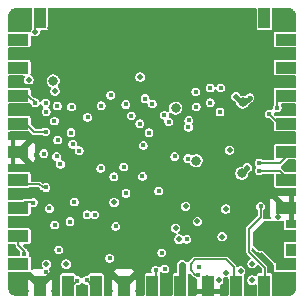
<source format=gbl>
%TF.GenerationSoftware,KiCad,Pcbnew,9.0.1*%
%TF.CreationDate,2025-12-15T21:38:02-06:00*%
%TF.ProjectId,ProtoCore_v1,50726f74-6f43-46f7-9265-5f76312e6b69,rev?*%
%TF.SameCoordinates,Original*%
%TF.FileFunction,Copper,L6,Bot*%
%TF.FilePolarity,Positive*%
%FSLAX46Y46*%
G04 Gerber Fmt 4.6, Leading zero omitted, Abs format (unit mm)*
G04 Created by KiCad (PCBNEW 9.0.1) date 2025-12-15 21:38:02*
%MOMM*%
%LPD*%
G01*
G04 APERTURE LIST*
%TA.AperFunction,SMDPad,CuDef*%
%ADD10R,1.750000X1.000000*%
%TD*%
%TA.AperFunction,SMDPad,CuDef*%
%ADD11R,1.000000X1.750000*%
%TD*%
%TA.AperFunction,SMDPad,CuDef*%
%ADD12C,0.800000*%
%TD*%
%TA.AperFunction,ViaPad*%
%ADD13C,0.450000*%
%TD*%
%TA.AperFunction,ViaPad*%
%ADD14C,0.500000*%
%TD*%
%TA.AperFunction,Conductor*%
%ADD15C,0.200000*%
%TD*%
%TA.AperFunction,Conductor*%
%ADD16C,0.150000*%
%TD*%
%TA.AperFunction,Conductor*%
%ADD17C,0.400000*%
%TD*%
%TA.AperFunction,Conductor*%
%ADD18C,0.300000*%
%TD*%
%TA.AperFunction,Conductor*%
%ADD19C,0.157500*%
%TD*%
%TA.AperFunction,Conductor*%
%ADD20C,0.600000*%
%TD*%
%TA.AperFunction,Conductor*%
%ADD21C,0.500000*%
%TD*%
G04 APERTURE END LIST*
D10*
%TO.P,MOD1,1*%
%TO.N,IO10*%
X138675000Y-109500000D03*
%TO.P,MOD1,2*%
%TO.N,IO7*%
X138675000Y-107125000D03*
%TO.P,MOD1,3*%
%TO.N,IO8*%
X138675000Y-104750000D03*
%TO.P,MOD1,4*%
%TO.N,IO11*%
X138675000Y-102375000D03*
%TO.P,MOD1,5*%
%TO.N,GND*%
X138675000Y-100000000D03*
%TO.P,MOD1,6*%
%TO.N,IO6*%
X138675000Y-97625000D03*
%TO.P,MOD1,7*%
%TO.N,CORE_RESET_N*%
X138675000Y-95250000D03*
%TO.P,MOD1,8*%
%TO.N,IO5*%
X138675000Y-92875000D03*
%TO.P,MOD1,9*%
%TO.N,IO4*%
X138675000Y-90500000D03*
D11*
%TO.P,MOD1,10*%
%TO.N,IO2*%
X140500000Y-88675000D03*
%TO.P,MOD1,11*%
%TO.N,GND*%
X142875000Y-88675000D03*
%TO.P,MOD1,12*%
X145250000Y-88675000D03*
%TO.P,MOD1,16*%
X154750000Y-88675000D03*
%TO.P,MOD1,17*%
X157125000Y-88675000D03*
%TO.P,MOD1,18*%
%TO.N,IO16*%
X159500000Y-88675000D03*
D10*
%TO.P,MOD1,19*%
%TO.N,IO15*%
X161325000Y-90500000D03*
%TO.P,MOD1,20*%
%TO.N,IO14*%
X161325000Y-92875000D03*
%TO.P,MOD1,21*%
%TO.N,IO1*%
X161325000Y-95250000D03*
%TO.P,MOD1,22*%
%TO.N,IO0*%
X161325000Y-97625000D03*
%TO.P,MOD1,23*%
%TO.N,UART0_RX*%
X161325000Y-100000000D03*
%TO.P,MOD1,24*%
%TO.N,UART0_TX*%
X161325000Y-102375000D03*
%TO.P,MOD1,25*%
%TO.N,GND*%
X161325000Y-104750000D03*
%TO.P,MOD1,26*%
%TO.N,VIN*%
X161325000Y-107125000D03*
%TO.P,MOD1,27*%
X161325000Y-109500000D03*
D11*
%TO.P,MOD1,28*%
%TO.N,IO9*%
X159500000Y-111325000D03*
%TO.P,MOD1,29*%
%TO.N,CORE_BOOT_SEL*%
X157125000Y-111325000D03*
%TO.P,MOD1,30*%
%TO.N,GND*%
X154750000Y-111325000D03*
%TO.P,MOD1,31*%
%TO.N,+3V3_AUX*%
X152375000Y-111325000D03*
%TO.P,MOD1,32*%
%TO.N,IO3*%
X150000000Y-111325000D03*
%TO.P,MOD1,33*%
%TO.N,GND*%
X147625000Y-111325000D03*
%TO.P,MOD1,34*%
%TO.N,USB_D+*%
X145250000Y-111325000D03*
%TO.P,MOD1,35*%
%TO.N,USB_D-*%
X142875000Y-111325000D03*
%TO.P,MOD1,36*%
%TO.N,GND*%
X140500000Y-111325000D03*
%TD*%
D12*
%TO.P,TP13,1,1*%
%TO.N,+3V3*%
X157575000Y-101825000D03*
%TD*%
%TO.P,TP7,1,1*%
%TO.N,GND*%
X156800000Y-101025000D03*
%TD*%
%TO.P,TP12,1,1*%
%TO.N,GND*%
X154550000Y-97025000D03*
%TD*%
%TO.P,TP21,1,1*%
%TO.N,+3V3*%
X141600000Y-94000000D03*
%TD*%
%TO.P,TP22,1,1*%
%TO.N,+3V3*%
X151975000Y-96300000D03*
%TD*%
%TO.P,TP2,1,1*%
%TO.N,+3V3*%
X157650000Y-95800000D03*
%TD*%
%TO.P,TP3,1,1*%
%TO.N,CORE_RST_REQ_N*%
X153725000Y-100750000D03*
%TD*%
D13*
%TO.N,GND*%
X146775000Y-104925000D03*
D14*
X141175000Y-90825000D03*
X138250000Y-96437500D03*
D13*
X146110000Y-90400000D03*
D14*
X160687500Y-88250000D03*
X144825000Y-88575000D03*
X146450000Y-88275000D03*
X159250000Y-93275000D03*
X138250000Y-105937500D03*
X153825000Y-106575000D03*
X153950000Y-92950000D03*
X141687500Y-88250000D03*
X156175000Y-90625000D03*
X155600000Y-93400000D03*
X161750000Y-91687500D03*
D13*
X151430000Y-108600000D03*
D14*
X161750000Y-101187500D03*
X143825000Y-90925000D03*
D13*
X139450000Y-105785000D03*
X149075000Y-107850000D03*
D14*
X142400000Y-91775000D03*
X155550000Y-104200000D03*
D13*
X159950000Y-95350000D03*
D14*
X142800000Y-89325000D03*
X157525000Y-93750000D03*
X157975000Y-91550000D03*
D13*
X140125000Y-103700000D03*
D14*
X151525000Y-104612500D03*
X158975000Y-90425000D03*
X146650000Y-92970000D03*
X144050000Y-91900000D03*
D13*
X147575000Y-109400000D03*
D14*
X156625000Y-104225000D03*
X140050000Y-92000000D03*
X152325000Y-93425000D03*
D13*
X148350000Y-108550000D03*
X146110000Y-91399500D03*
X160380000Y-110900000D03*
D14*
X153125000Y-94400000D03*
X143800000Y-89850000D03*
X146630000Y-93770000D03*
D13*
X142075000Y-107500000D03*
X153375000Y-108275000D03*
D14*
X151225000Y-101700000D03*
X154640000Y-105940000D03*
D13*
X141630000Y-101150000D03*
D14*
X146437500Y-111750000D03*
X154637500Y-110687500D03*
D13*
X140175000Y-107425000D03*
D14*
X153450000Y-89485000D03*
D13*
X153600000Y-97600000D03*
D14*
X155937500Y-88250000D03*
X156125000Y-92075000D03*
X148812500Y-111750000D03*
D13*
X139925000Y-108437499D03*
D14*
X152780000Y-96350000D03*
X142925000Y-93125000D03*
X161750000Y-108312500D03*
X138250000Y-91687500D03*
D13*
X142350000Y-110040000D03*
X156050000Y-98850000D03*
D14*
X155325000Y-89525000D03*
X153450000Y-90775000D03*
X154125000Y-88875000D03*
X153462500Y-88250000D03*
D13*
X159200000Y-108825000D03*
X151760000Y-99810000D03*
D14*
X153775000Y-104125000D03*
X155937500Y-105500000D03*
X146690000Y-91880000D03*
D13*
X144710000Y-90400000D03*
D14*
X139312500Y-111750000D03*
D13*
X143525000Y-108425000D03*
X151750000Y-109925000D03*
D14*
X161750000Y-94062500D03*
X154640000Y-108315000D03*
X144062500Y-111750000D03*
D13*
X140125000Y-100275000D03*
D14*
X138250000Y-110687500D03*
D13*
X144710000Y-91400500D03*
D14*
X160687500Y-111750000D03*
X138250000Y-108312500D03*
X155925000Y-106250000D03*
X158312500Y-111750000D03*
X150375000Y-92475000D03*
X152160000Y-90775000D03*
D13*
X149375000Y-102700000D03*
D14*
X138250000Y-103562500D03*
X141375000Y-89525000D03*
X151225000Y-94450000D03*
X161750000Y-103562500D03*
D13*
X155525000Y-96050000D03*
D14*
X152825000Y-91450000D03*
X148925000Y-91350000D03*
D13*
X159075000Y-110100000D03*
X146110000Y-92399500D03*
D14*
X138250000Y-89312500D03*
X138250000Y-98812500D03*
X138250000Y-94062500D03*
X155937500Y-111750000D03*
X138250000Y-101187500D03*
D13*
X144080000Y-110410000D03*
X144710000Y-92400000D03*
X152525000Y-108287500D03*
D14*
X146600000Y-88975000D03*
X148290000Y-90775000D03*
D13*
X141350000Y-103775000D03*
D14*
X147000000Y-90775000D03*
D13*
X144800000Y-105850000D03*
D14*
X144160000Y-93000000D03*
X148930000Y-93020000D03*
D13*
X156550000Y-96925000D03*
X141044098Y-110150000D03*
D14*
X157700000Y-106250000D03*
X150250000Y-91400000D03*
X157060000Y-94670000D03*
D13*
X160800000Y-110375000D03*
D14*
X144000000Y-88250000D03*
D13*
X144710000Y-89400500D03*
D14*
X159650000Y-91900000D03*
X147650000Y-91425000D03*
X151975000Y-105725000D03*
X158312500Y-105500000D03*
X144230000Y-93780000D03*
X149175000Y-98775000D03*
D13*
X146420000Y-109600000D03*
D14*
X149580000Y-90775000D03*
X160687500Y-105500000D03*
X151187500Y-111750000D03*
X157040000Y-100420000D03*
X154150000Y-90125000D03*
X157525000Y-89575000D03*
X161750000Y-96437500D03*
X161750000Y-98812500D03*
X145625000Y-88975000D03*
X147396643Y-97764828D03*
X152481250Y-95400000D03*
D13*
X144830000Y-93410000D03*
D14*
X161750000Y-89312500D03*
X150850000Y-95750000D03*
X147398026Y-99548026D03*
X161750000Y-110687500D03*
D13*
X141020000Y-97560000D03*
D14*
X158312500Y-88250000D03*
X139312500Y-88250000D03*
D13*
X147200000Y-101700000D03*
D14*
X154200000Y-91350000D03*
X150870000Y-90775000D03*
D13*
X153350000Y-110875000D03*
X157870002Y-94900000D03*
X159975000Y-109650000D03*
D14*
X145601974Y-99551974D03*
X157630000Y-100770000D03*
X141687500Y-111750000D03*
D13*
X145990000Y-93410000D03*
D14*
X141175000Y-93325000D03*
X145600592Y-97764828D03*
X153575000Y-111750000D03*
D13*
X147125000Y-106850000D03*
X151425000Y-98075000D03*
D14*
X151550000Y-91375000D03*
X161750000Y-105937500D03*
%TO.N,+3V3*%
X139550000Y-93900000D03*
X157475000Y-110080000D03*
X151975000Y-106450000D03*
X156550000Y-99850000D03*
X141044098Y-109502500D03*
D13*
X142225003Y-101050000D03*
D14*
X152025000Y-96350000D03*
X141775000Y-94850000D03*
X157075000Y-95325000D03*
X158450000Y-110875000D03*
X158050000Y-101350000D03*
X155925000Y-107175000D03*
D13*
X153015000Y-100575000D03*
D14*
X146775000Y-104277297D03*
X156225000Y-104850000D03*
D13*
X154900000Y-94600000D03*
D14*
X153825000Y-105900000D03*
X148975000Y-93675000D03*
X142707149Y-109510702D03*
X156275000Y-110224999D03*
X152825000Y-104625000D03*
X158450000Y-109475000D03*
D13*
X141020000Y-96600000D03*
X158268355Y-95425659D03*
D14*
X155630000Y-110875000D03*
X141575000Y-93875000D03*
X152275000Y-107400000D03*
D13*
%TO.N,VIN*%
X159900000Y-107475000D03*
X160800000Y-107125000D03*
X159600000Y-106150000D03*
X159025000Y-108075000D03*
X160800000Y-108175000D03*
%TO.N,/Microcontroller/BOOT1*%
X155800000Y-94585000D03*
X147766915Y-95991915D03*
%TO.N,/Microcontroller/UART0_RX_MCU*%
X149390202Y-95500000D03*
X153675000Y-94925000D03*
%TO.N,I2C0_SCL*%
X143400000Y-104250000D03*
X141740000Y-106200000D03*
X143040000Y-105910000D03*
X141300000Y-104800000D03*
%TO.N,USB_D-*%
X144475000Y-105325000D03*
X143650000Y-110900000D03*
%TO.N,USB_D+*%
X144476248Y-110873830D03*
X145125000Y-105325000D03*
%TO.N,UART0_RX*%
X153725000Y-96200000D03*
X159050000Y-100950000D03*
%TO.N,EMMC_DAT1*%
X154900000Y-95850000D03*
X151390420Y-97467520D03*
%TO.N,EMMC_DAT2*%
X155740631Y-96635214D03*
X151900000Y-100400000D03*
%TO.N,EMMC_DAT3*%
X149245343Y-99454657D03*
X153065209Y-97909768D03*
%TO.N,EMMC_DAT0*%
X153099420Y-97334595D03*
X149725000Y-98400000D03*
%TO.N,IO4*%
X141950000Y-96125000D03*
D14*
X139200000Y-90500000D03*
D13*
%TO.N,QSPI_IO3*%
X150800000Y-108550000D03*
X146750000Y-102125000D03*
%TO.N,IO2*%
X143175000Y-96200000D03*
D14*
X140100000Y-89825000D03*
D13*
%TO.N,IO0*%
X145669818Y-96105182D03*
X159925000Y-96800000D03*
%TO.N,UART0_TX*%
X150000000Y-95950000D03*
X159050000Y-101600000D03*
%TO.N,IO7*%
X142000000Y-99000000D03*
X139180000Y-108650000D03*
%TO.N,IO11*%
X141000000Y-103025000D03*
X143825000Y-99925000D03*
%TO.N,IO9*%
X153984788Y-109750000D03*
X159175000Y-104625000D03*
X143275000Y-99350000D03*
%TO.N,QSPI_IO2*%
X146400000Y-109000000D03*
X147775000Y-103500000D03*
%TO.N,QSPI_IO0*%
X149175000Y-102075000D03*
X151050000Y-109925000D03*
%TO.N,IO10*%
X141900000Y-100400000D03*
X139275000Y-109400000D03*
%TO.N,IO8*%
X140825000Y-100150000D03*
X139925000Y-104300000D03*
%TO.N,IO5*%
X141725000Y-97400000D03*
X139250000Y-93025000D03*
%TO.N,IO14*%
X160700000Y-92850000D03*
X151025000Y-96900000D03*
%TO.N,IO1*%
X160575000Y-96275000D03*
X144525000Y-97075000D03*
%TO.N,IO6*%
X140975000Y-98300000D03*
%TO.N,QSPI_IO1*%
X146912500Y-106312500D03*
X147587500Y-101287500D03*
%TO.N,IO3*%
X143125000Y-98375000D03*
X150300000Y-110025000D03*
%TO.N,INT_IMU*%
X142087499Y-108300000D03*
X145650000Y-101400000D03*
%TO.N,+3V3_AUX*%
X152525000Y-110225000D03*
X152525000Y-109600000D03*
%TO.N,CORE_BOOT_SEL*%
X140975000Y-95850000D03*
X153910000Y-110400000D03*
D14*
%TO.N,IO16*%
X159500000Y-89250000D03*
D13*
X148225000Y-96950000D03*
%TO.N,CORE_RESET_N*%
X140080000Y-95850000D03*
%TO.N,3V3_AUX_EN*%
X152925000Y-107412500D03*
X150550000Y-103325000D03*
%TO.N,CORE_RST_REQ_N*%
X146500000Y-95200000D03*
X153625000Y-100600000D03*
D14*
%TO.N,IO15*%
X160750000Y-90675000D03*
D13*
X148950000Y-97625000D03*
%TD*%
D15*
%TO.N,IO1*%
X160700000Y-95250000D02*
X161325000Y-95250000D01*
X160575000Y-96275000D02*
X160575000Y-95375000D01*
X160575000Y-95375000D02*
X160700000Y-95250000D01*
X160525000Y-96325000D02*
X160575000Y-96275000D01*
D16*
%TO.N,IO9*%
X158175000Y-106525000D02*
X159175000Y-105525000D01*
X159175000Y-105525000D02*
X159175000Y-104625000D01*
X159526000Y-109826000D02*
X158175000Y-108475000D01*
X158175000Y-108475000D02*
X158175000Y-106525000D01*
X159526000Y-111299000D02*
X159526000Y-109826000D01*
%TO.N,CORE_BOOT_SEL*%
X156900000Y-109725000D02*
X156900000Y-111100000D01*
X156275000Y-109100000D02*
X156900000Y-109725000D01*
X153250000Y-110025000D02*
X153250000Y-109475000D01*
X153250000Y-109475000D02*
X153625000Y-109100000D01*
X153625000Y-109100000D02*
X156275000Y-109100000D01*
X153625000Y-110400000D02*
X153250000Y-110025000D01*
X156900000Y-111100000D02*
X157125000Y-111325000D01*
X153910000Y-110400000D02*
X153625000Y-110400000D01*
D15*
%TO.N,IO7*%
X138675000Y-107925000D02*
X138675000Y-107125000D01*
X139180000Y-108430000D02*
X138675000Y-107925000D01*
X139180000Y-108650000D02*
X139180000Y-108430000D01*
X139219096Y-108610904D02*
X139180000Y-108650000D01*
D17*
%TO.N,GND*%
X155175000Y-111750000D02*
X154750000Y-111325000D01*
X153562500Y-111750000D02*
X154325000Y-111750000D01*
X161750000Y-104325000D02*
X161325000Y-104750000D01*
D15*
X138250000Y-99575000D02*
X138675000Y-100000000D01*
D17*
X161750000Y-105937500D02*
X161750000Y-105175000D01*
D18*
X138250000Y-101187500D02*
X138250000Y-100425000D01*
X138250000Y-98812500D02*
X138250000Y-99575000D01*
D17*
X161750000Y-103562500D02*
X161750000Y-104325000D01*
X155937500Y-111750000D02*
X155175000Y-111750000D01*
X154325000Y-111750000D02*
X154750000Y-111325000D01*
X161750000Y-105175000D02*
X161325000Y-104750000D01*
D15*
X138250000Y-100425000D02*
X138675000Y-100000000D01*
D17*
%TO.N,+3V3*%
X157550000Y-95800000D02*
X157075000Y-95325000D01*
X158268355Y-95425659D02*
X157894014Y-95800000D01*
D18*
X157075000Y-95325000D02*
X157175000Y-95325000D01*
D17*
X157650000Y-95800000D02*
X157550000Y-95800000D01*
X157894014Y-95800000D02*
X157650000Y-95800000D01*
X157575000Y-101825000D02*
X158050000Y-101350000D01*
D19*
%TO.N,USB_D-*%
X142875000Y-111325000D02*
X143225000Y-111325000D01*
X143225000Y-111325000D02*
X143650000Y-110900000D01*
%TO.N,USB_D+*%
X144927418Y-111325000D02*
X144476248Y-110873830D01*
X145250000Y-111325000D02*
X145250000Y-110675000D01*
X145675000Y-110900000D02*
X145250000Y-111325000D01*
X145250000Y-111325000D02*
X144927418Y-111325000D01*
D15*
%TO.N,UART0_RX*%
X159050000Y-100950000D02*
X160850000Y-100950000D01*
X160850000Y-100950000D02*
X161325000Y-100475000D01*
X161325000Y-100475000D02*
X161325000Y-100000000D01*
D16*
%TO.N,IO4*%
X138675000Y-90500000D02*
X139200000Y-90500000D01*
D15*
%TO.N,IO2*%
X140100000Y-89075000D02*
X140500000Y-88675000D01*
X140100000Y-89825000D02*
X140100000Y-89075000D01*
D16*
%TO.N,IO0*%
X159925000Y-96800000D02*
X160750000Y-97625000D01*
X161025000Y-97625000D02*
X161325000Y-97325000D01*
X161325000Y-97325000D02*
X161325000Y-97625000D01*
X160750000Y-97625000D02*
X161025000Y-97625000D01*
D15*
%TO.N,UART0_TX*%
X159050000Y-101600000D02*
X160800000Y-101600000D01*
X161325000Y-102125000D02*
X161325000Y-102375000D01*
X160800000Y-101600000D02*
X161325000Y-102125000D01*
D16*
%TO.N,IO11*%
X140725000Y-103025000D02*
X140450000Y-102750000D01*
X140450000Y-102750000D02*
X139050000Y-102750000D01*
X141000000Y-103025000D02*
X140725000Y-103025000D01*
X139050000Y-102750000D02*
X138675000Y-102375000D01*
X138675000Y-102125000D02*
X138675000Y-102375000D01*
X139075000Y-102775000D02*
X138675000Y-102375000D01*
D15*
%TO.N,IO9*%
X159500000Y-111325000D02*
X159526000Y-111299000D01*
%TO.N,IO10*%
X139275000Y-109500000D02*
X138675000Y-109500000D01*
%TO.N,IO8*%
X139150000Y-104275000D02*
X138675000Y-104750000D01*
X139925000Y-104275000D02*
X139150000Y-104275000D01*
D17*
X138700000Y-104750000D02*
X138675000Y-104750000D01*
D15*
%TO.N,IO5*%
X139100000Y-92875000D02*
X139250000Y-93025000D01*
X138675000Y-92875000D02*
X139100000Y-92875000D01*
%TO.N,IO6*%
X140975000Y-98300000D02*
X139975000Y-98300000D01*
X139975000Y-98300000D02*
X139300000Y-97625000D01*
X139300000Y-97625000D02*
X138675000Y-97625000D01*
%TO.N,IO3*%
X150300000Y-111025000D02*
X150000000Y-111325000D01*
X150300000Y-110025000D02*
X150300000Y-111025000D01*
D20*
%TO.N,+3V3_AUX*%
X152525000Y-109600000D02*
X152525000Y-110225000D01*
D17*
X152375000Y-111325000D02*
X152375000Y-110950000D01*
D21*
X152525000Y-111175000D02*
X152375000Y-111325000D01*
D20*
X152525000Y-110225000D02*
X152525000Y-111175000D01*
D16*
%TO.N,CORE_BOOT_SEL*%
X157125000Y-111325000D02*
X157125000Y-110975000D01*
X157525000Y-111325000D02*
X157125000Y-111325000D01*
D15*
%TO.N,CORE_RESET_N*%
X140130000Y-95900000D02*
X139480000Y-95250000D01*
X139480000Y-95250000D02*
X138675000Y-95250000D01*
D16*
%TO.N,IO15*%
X160925000Y-90500000D02*
X160750000Y-90675000D01*
X161325000Y-90500000D02*
X160925000Y-90500000D01*
%TD*%
%TA.AperFunction,Conductor*%
%TO.N,GND*%
G36*
X158792539Y-87820185D02*
G01*
X158838294Y-87872989D01*
X158849500Y-87924500D01*
X158849500Y-89564820D01*
X158849500Y-89564822D01*
X158849499Y-89564822D01*
X158858231Y-89608717D01*
X158858232Y-89608721D01*
X158858233Y-89608722D01*
X158891496Y-89658504D01*
X158941278Y-89691767D01*
X158941281Y-89691767D01*
X158941282Y-89691768D01*
X158985177Y-89700500D01*
X159700000Y-89700500D01*
X159700000Y-96496313D01*
X159694436Y-96499526D01*
X159624526Y-96569436D01*
X159575091Y-96655059D01*
X159575091Y-96655060D01*
X159575090Y-96655062D01*
X159549500Y-96750565D01*
X159549500Y-96849435D01*
X159575090Y-96944938D01*
X159575091Y-96944939D01*
X159575091Y-96944940D01*
X159588337Y-96967882D01*
X159624525Y-97030562D01*
X159694438Y-97100475D01*
X159700000Y-97103686D01*
X159700000Y-100699500D01*
X159381899Y-100699500D01*
X159314860Y-100679815D01*
X159294218Y-100663181D01*
X159280563Y-100649526D01*
X159280562Y-100649525D01*
X159194938Y-100600090D01*
X159099435Y-100574500D01*
X159000565Y-100574500D01*
X158905062Y-100600090D01*
X158905060Y-100600091D01*
X158905059Y-100600091D01*
X158819436Y-100649526D01*
X158749526Y-100719436D01*
X158700091Y-100805059D01*
X158700091Y-100805060D01*
X158700090Y-100805062D01*
X158674500Y-100900565D01*
X158674500Y-100999435D01*
X158700090Y-101094938D01*
X158700091Y-101094939D01*
X158700091Y-101094940D01*
X158702686Y-101099435D01*
X158743101Y-101169436D01*
X158749526Y-101180563D01*
X158756282Y-101187319D01*
X158789767Y-101248642D01*
X158784783Y-101318334D01*
X158756282Y-101362681D01*
X158749526Y-101369436D01*
X158700091Y-101455059D01*
X158700091Y-101455060D01*
X158700090Y-101455062D01*
X158674500Y-101550565D01*
X158674500Y-101649435D01*
X158700090Y-101744938D01*
X158700091Y-101744939D01*
X158700091Y-101744940D01*
X158713337Y-101767882D01*
X158749525Y-101830562D01*
X158819438Y-101900475D01*
X158905062Y-101949910D01*
X159000565Y-101975500D01*
X159000567Y-101975500D01*
X159099432Y-101975500D01*
X159099435Y-101975500D01*
X159194938Y-101949910D01*
X159280562Y-101900475D01*
X159294218Y-101886819D01*
X159355541Y-101853334D01*
X159381899Y-101850500D01*
X159700000Y-101850500D01*
X159700000Y-103250000D01*
X150918650Y-103250000D01*
X150899910Y-103180062D01*
X150850475Y-103094438D01*
X150780562Y-103024525D01*
X150694938Y-102975090D01*
X150599435Y-102949500D01*
X150500565Y-102949500D01*
X150405062Y-102975090D01*
X150405060Y-102975091D01*
X150405059Y-102975091D01*
X150319436Y-103024526D01*
X150249526Y-103094436D01*
X150200091Y-103180059D01*
X150200091Y-103180060D01*
X150200090Y-103180062D01*
X150181350Y-103250000D01*
X148056037Y-103250000D01*
X148005562Y-103199525D01*
X147919938Y-103150090D01*
X147824435Y-103124500D01*
X147725565Y-103124500D01*
X147630062Y-103150090D01*
X147630060Y-103150091D01*
X147630059Y-103150091D01*
X147544436Y-103199526D01*
X147493962Y-103250000D01*
X141303686Y-103250000D01*
X141349910Y-103169938D01*
X141375500Y-103074435D01*
X141375500Y-102975565D01*
X141349910Y-102880062D01*
X141300475Y-102794438D01*
X141230562Y-102724525D01*
X141144938Y-102675090D01*
X141049435Y-102649500D01*
X140950565Y-102649500D01*
X140855062Y-102675090D01*
X140855060Y-102675090D01*
X140855060Y-102675091D01*
X140855057Y-102675092D01*
X140835348Y-102686471D01*
X140808288Y-102693034D01*
X140782196Y-102702767D01*
X140774800Y-102701158D01*
X140767447Y-102702942D01*
X140741133Y-102693834D01*
X140713923Y-102687915D01*
X140705229Y-102681407D01*
X140701421Y-102680089D01*
X140685669Y-102666764D01*
X140658610Y-102639705D01*
X140641170Y-102622264D01*
X140600000Y-102581094D01*
X140600000Y-102075565D01*
X146374500Y-102075565D01*
X146374500Y-102174435D01*
X146400090Y-102269938D01*
X146449525Y-102355562D01*
X146519438Y-102425475D01*
X146605062Y-102474910D01*
X146700565Y-102500500D01*
X146700567Y-102500500D01*
X146799432Y-102500500D01*
X146799435Y-102500500D01*
X146894938Y-102474910D01*
X146980562Y-102425475D01*
X147050475Y-102355562D01*
X147099910Y-102269938D01*
X147125500Y-102174435D01*
X147125500Y-102075565D01*
X147112103Y-102025565D01*
X148799500Y-102025565D01*
X148799500Y-102124435D01*
X148825090Y-102219938D01*
X148874525Y-102305562D01*
X148944438Y-102375475D01*
X149030062Y-102424910D01*
X149125565Y-102450500D01*
X149125567Y-102450500D01*
X149224432Y-102450500D01*
X149224435Y-102450500D01*
X149319938Y-102424910D01*
X149405562Y-102375475D01*
X149475475Y-102305562D01*
X149524910Y-102219938D01*
X149550500Y-102124435D01*
X149550500Y-102025565D01*
X149524910Y-101930062D01*
X149475475Y-101844438D01*
X149405562Y-101774525D01*
X149367457Y-101752525D01*
X157024500Y-101752525D01*
X157024500Y-101897475D01*
X157058822Y-102025565D01*
X157062017Y-102037488D01*
X157134488Y-102163011D01*
X157134490Y-102163013D01*
X157134491Y-102163015D01*
X157236985Y-102265509D01*
X157236986Y-102265510D01*
X157236988Y-102265511D01*
X157362511Y-102337982D01*
X157362512Y-102337982D01*
X157362515Y-102337984D01*
X157502525Y-102375500D01*
X157502528Y-102375500D01*
X157647472Y-102375500D01*
X157647475Y-102375500D01*
X157787485Y-102337984D01*
X157913015Y-102265509D01*
X158015509Y-102163015D01*
X158087984Y-102037485D01*
X158125500Y-101897475D01*
X158125500Y-101838819D01*
X158145185Y-101771780D01*
X158197989Y-101726025D01*
X158202057Y-101724254D01*
X158204577Y-101723209D01*
X158204587Y-101723207D01*
X158295913Y-101670480D01*
X158370480Y-101595913D01*
X158423207Y-101504587D01*
X158450500Y-101402727D01*
X158450500Y-101297273D01*
X158423207Y-101195413D01*
X158370480Y-101104087D01*
X158295913Y-101029520D01*
X158204587Y-100976793D01*
X158102727Y-100949500D01*
X157997273Y-100949500D01*
X157895413Y-100976793D01*
X157895410Y-100976794D01*
X157804085Y-101029521D01*
X157729522Y-101104084D01*
X157729520Y-101104086D01*
X157729520Y-101104087D01*
X157696093Y-101161983D01*
X157676794Y-101195411D01*
X157675743Y-101197949D01*
X157674282Y-101199762D01*
X157672729Y-101202452D01*
X157672309Y-101202209D01*
X157631904Y-101252354D01*
X157565610Y-101274421D01*
X157561180Y-101274500D01*
X157502525Y-101274500D01*
X157373993Y-101308940D01*
X157362511Y-101312017D01*
X157236988Y-101384488D01*
X157236982Y-101384493D01*
X157134493Y-101486982D01*
X157134488Y-101486988D01*
X157062017Y-101612511D01*
X157062016Y-101612515D01*
X157024500Y-101752525D01*
X149367457Y-101752525D01*
X149319938Y-101725090D01*
X149224435Y-101699500D01*
X149125565Y-101699500D01*
X149030062Y-101725090D01*
X149030060Y-101725091D01*
X149030059Y-101725091D01*
X148944436Y-101774526D01*
X148874526Y-101844436D01*
X148825091Y-101930059D01*
X148825091Y-101930060D01*
X148825090Y-101930062D01*
X148799500Y-102025565D01*
X147112103Y-102025565D01*
X147099910Y-101980062D01*
X147050475Y-101894438D01*
X146980562Y-101824525D01*
X146894938Y-101775090D01*
X146799435Y-101749500D01*
X146700565Y-101749500D01*
X146605062Y-101775090D01*
X146605060Y-101775091D01*
X146605059Y-101775091D01*
X146519436Y-101824526D01*
X146449526Y-101894436D01*
X146400091Y-101980059D01*
X146400091Y-101980060D01*
X146400090Y-101980062D01*
X146374500Y-102075565D01*
X140600000Y-102075565D01*
X140600000Y-100453686D01*
X140680062Y-100499910D01*
X140775565Y-100525500D01*
X140775567Y-100525500D01*
X140874432Y-100525500D01*
X140874435Y-100525500D01*
X140969938Y-100499910D01*
X141055562Y-100450475D01*
X141125475Y-100380562D01*
X141142794Y-100350565D01*
X141524500Y-100350565D01*
X141524500Y-100449435D01*
X141550090Y-100544938D01*
X141599525Y-100630562D01*
X141669438Y-100700475D01*
X141755062Y-100749910D01*
X141786067Y-100758217D01*
X141845726Y-100794582D01*
X141876255Y-100857429D01*
X141873747Y-100910085D01*
X141859706Y-100962488D01*
X141849503Y-101000565D01*
X141849503Y-101099435D01*
X141875093Y-101194938D01*
X141875094Y-101194939D01*
X141875094Y-101194940D01*
X141875366Y-101195411D01*
X141924528Y-101280562D01*
X141994441Y-101350475D01*
X142080065Y-101399910D01*
X142175568Y-101425500D01*
X142175570Y-101425500D01*
X142274435Y-101425500D01*
X142274438Y-101425500D01*
X142369941Y-101399910D01*
X142455409Y-101350565D01*
X145274500Y-101350565D01*
X145274500Y-101449435D01*
X145300090Y-101544938D01*
X145349525Y-101630562D01*
X145419438Y-101700475D01*
X145505062Y-101749910D01*
X145600565Y-101775500D01*
X145600567Y-101775500D01*
X145699432Y-101775500D01*
X145699435Y-101775500D01*
X145794938Y-101749910D01*
X145880562Y-101700475D01*
X145950475Y-101630562D01*
X145999910Y-101544938D01*
X146025500Y-101449435D01*
X146025500Y-101350565D01*
X145999910Y-101255062D01*
X145990097Y-101238065D01*
X147212000Y-101238065D01*
X147212000Y-101336935D01*
X147237590Y-101432438D01*
X147287025Y-101518062D01*
X147356938Y-101587975D01*
X147442562Y-101637410D01*
X147538065Y-101663000D01*
X147538067Y-101663000D01*
X147636932Y-101663000D01*
X147636935Y-101663000D01*
X147732438Y-101637410D01*
X147818062Y-101587975D01*
X147887975Y-101518062D01*
X147937410Y-101432438D01*
X147963000Y-101336935D01*
X147963000Y-101238065D01*
X147937410Y-101142562D01*
X147887975Y-101056938D01*
X147818062Y-100987025D01*
X147732438Y-100937590D01*
X147636935Y-100912000D01*
X147538065Y-100912000D01*
X147442562Y-100937590D01*
X147442560Y-100937591D01*
X147442559Y-100937591D01*
X147356936Y-100987026D01*
X147287026Y-101056936D01*
X147237591Y-101142559D01*
X147237591Y-101142560D01*
X147237590Y-101142562D01*
X147212000Y-101238065D01*
X145990097Y-101238065D01*
X145950475Y-101169438D01*
X145880562Y-101099525D01*
X145794938Y-101050090D01*
X145699435Y-101024500D01*
X145600565Y-101024500D01*
X145505062Y-101050090D01*
X145505060Y-101050091D01*
X145505059Y-101050091D01*
X145419436Y-101099526D01*
X145349526Y-101169436D01*
X145300091Y-101255059D01*
X145300091Y-101255060D01*
X145300090Y-101255062D01*
X145274500Y-101350565D01*
X142455409Y-101350565D01*
X142455565Y-101350475D01*
X142525478Y-101280562D01*
X142574913Y-101194938D01*
X142600503Y-101099435D01*
X142600503Y-101000565D01*
X142574913Y-100905062D01*
X142525478Y-100819438D01*
X142455565Y-100749525D01*
X142370608Y-100700475D01*
X142369943Y-100700091D01*
X142369938Y-100700089D01*
X142338934Y-100691781D01*
X142279274Y-100655415D01*
X142248746Y-100592567D01*
X142251254Y-100539919D01*
X142275500Y-100449435D01*
X142275500Y-100350565D01*
X151524500Y-100350565D01*
X151524500Y-100449435D01*
X151550090Y-100544938D01*
X151599525Y-100630562D01*
X151669438Y-100700475D01*
X151755062Y-100749910D01*
X151850565Y-100775500D01*
X151850567Y-100775500D01*
X151949432Y-100775500D01*
X151949435Y-100775500D01*
X152044938Y-100749910D01*
X152130562Y-100700475D01*
X152200475Y-100630562D01*
X152249910Y-100544938D01*
X152255101Y-100525565D01*
X152639500Y-100525565D01*
X152639500Y-100624435D01*
X152665090Y-100719938D01*
X152714525Y-100805562D01*
X152784438Y-100875475D01*
X152870062Y-100924910D01*
X152965565Y-100950500D01*
X152965567Y-100950500D01*
X153064432Y-100950500D01*
X153064435Y-100950500D01*
X153094347Y-100942485D01*
X153164194Y-100944148D01*
X153222056Y-100983310D01*
X153233824Y-101000258D01*
X153284491Y-101088015D01*
X153386985Y-101190509D01*
X153386986Y-101190510D01*
X153386988Y-101190511D01*
X153512511Y-101262982D01*
X153512512Y-101262982D01*
X153512515Y-101262984D01*
X153652525Y-101300500D01*
X153652528Y-101300500D01*
X153797472Y-101300500D01*
X153797475Y-101300500D01*
X153937485Y-101262984D01*
X154063015Y-101190509D01*
X154165509Y-101088015D01*
X154237984Y-100962485D01*
X154275500Y-100822475D01*
X154275500Y-100677525D01*
X154237984Y-100537515D01*
X154187731Y-100450475D01*
X154165511Y-100411988D01*
X154165506Y-100411982D01*
X154063017Y-100309493D01*
X154063011Y-100309488D01*
X153937488Y-100237017D01*
X153937489Y-100237017D01*
X153926006Y-100233940D01*
X153797475Y-100199500D01*
X153652525Y-100199500D01*
X153512515Y-100237015D01*
X153512512Y-100237016D01*
X153512493Y-100237028D01*
X153508378Y-100239301D01*
X153496057Y-100245803D01*
X153480062Y-100250090D01*
X153396276Y-100298463D01*
X153394180Y-100299570D01*
X153362163Y-100306060D01*
X153330403Y-100313765D01*
X153328095Y-100312966D01*
X153325704Y-100313451D01*
X153295257Y-100301600D01*
X153264376Y-100290912D01*
X153261461Y-100288446D01*
X153260592Y-100288108D01*
X153259843Y-100287077D01*
X153248623Y-100277586D01*
X153245563Y-100274526D01*
X153245562Y-100274525D01*
X153159938Y-100225090D01*
X153064435Y-100199500D01*
X152965565Y-100199500D01*
X152870062Y-100225090D01*
X152870060Y-100225091D01*
X152870059Y-100225091D01*
X152784436Y-100274526D01*
X152714526Y-100344436D01*
X152665091Y-100430059D01*
X152665091Y-100430060D01*
X152665090Y-100430062D01*
X152639500Y-100525565D01*
X152255101Y-100525565D01*
X152275500Y-100449435D01*
X152275500Y-100350565D01*
X152249910Y-100255062D01*
X152200475Y-100169438D01*
X152130562Y-100099525D01*
X152044938Y-100050090D01*
X151949435Y-100024500D01*
X151850565Y-100024500D01*
X151755062Y-100050090D01*
X151755060Y-100050091D01*
X151755059Y-100050091D01*
X151669436Y-100099526D01*
X151599526Y-100169436D01*
X151550091Y-100255059D01*
X151550091Y-100255060D01*
X151550090Y-100255062D01*
X151524500Y-100350565D01*
X142275500Y-100350565D01*
X142249910Y-100255062D01*
X142200475Y-100169438D01*
X142130562Y-100099525D01*
X142044938Y-100050090D01*
X141949435Y-100024500D01*
X141850565Y-100024500D01*
X141755062Y-100050090D01*
X141755060Y-100050091D01*
X141755059Y-100050091D01*
X141669436Y-100099526D01*
X141599526Y-100169436D01*
X141550091Y-100255059D01*
X141550091Y-100255060D01*
X141550090Y-100255062D01*
X141524500Y-100350565D01*
X141142794Y-100350565D01*
X141174910Y-100294938D01*
X141200500Y-100199435D01*
X141200500Y-100100565D01*
X141174910Y-100005062D01*
X141125475Y-99919438D01*
X141055562Y-99849525D01*
X140969938Y-99800090D01*
X140874435Y-99774500D01*
X140775565Y-99774500D01*
X140680062Y-99800090D01*
X140680060Y-99800091D01*
X140680059Y-99800091D01*
X140600000Y-99846313D01*
X140600000Y-98950565D01*
X141624500Y-98950565D01*
X141624500Y-99049435D01*
X141650090Y-99144938D01*
X141699525Y-99230562D01*
X141769438Y-99300475D01*
X141855062Y-99349910D01*
X141950565Y-99375500D01*
X141950567Y-99375500D01*
X142049432Y-99375500D01*
X142049435Y-99375500D01*
X142144938Y-99349910D01*
X142230406Y-99300565D01*
X142899500Y-99300565D01*
X142899500Y-99399435D01*
X142925090Y-99494938D01*
X142974525Y-99580562D01*
X143044438Y-99650475D01*
X143130062Y-99699910D01*
X143225565Y-99725500D01*
X143225567Y-99725500D01*
X143328110Y-99725500D01*
X143395149Y-99745185D01*
X143440904Y-99797989D01*
X143450848Y-99867147D01*
X143450179Y-99870407D01*
X143449500Y-99875563D01*
X143449500Y-99875565D01*
X143449500Y-99974435D01*
X143475090Y-100069938D01*
X143524525Y-100155562D01*
X143594438Y-100225475D01*
X143680062Y-100274910D01*
X143775565Y-100300500D01*
X143775567Y-100300500D01*
X143874432Y-100300500D01*
X143874435Y-100300500D01*
X143969938Y-100274910D01*
X144055562Y-100225475D01*
X144125475Y-100155562D01*
X144174910Y-100069938D01*
X144200500Y-99974435D01*
X144200500Y-99875565D01*
X144174910Y-99780062D01*
X144125475Y-99694438D01*
X144055562Y-99624525D01*
X143969938Y-99575090D01*
X143874435Y-99549500D01*
X143775565Y-99549500D01*
X143771890Y-99549500D01*
X143704851Y-99529815D01*
X143659096Y-99477011D01*
X143648410Y-99414154D01*
X143649230Y-99405222D01*
X148869843Y-99405222D01*
X148869843Y-99504092D01*
X148895433Y-99599595D01*
X148944868Y-99685219D01*
X149014781Y-99755132D01*
X149100405Y-99804567D01*
X149195908Y-99830157D01*
X149195910Y-99830157D01*
X149294775Y-99830157D01*
X149294778Y-99830157D01*
X149390281Y-99804567D01*
X149402915Y-99797273D01*
X156149500Y-99797273D01*
X156149500Y-99902726D01*
X156176793Y-100004586D01*
X156176794Y-100004589D01*
X156177066Y-100005060D01*
X156229520Y-100095913D01*
X156304087Y-100170480D01*
X156395413Y-100223207D01*
X156497273Y-100250500D01*
X156497275Y-100250500D01*
X156602725Y-100250500D01*
X156602727Y-100250500D01*
X156704587Y-100223207D01*
X156795913Y-100170480D01*
X156870480Y-100095913D01*
X156923207Y-100004587D01*
X156950500Y-99902727D01*
X156950500Y-99797273D01*
X156923207Y-99695413D01*
X156870480Y-99604087D01*
X156795913Y-99529520D01*
X156704587Y-99476793D01*
X156602727Y-99449500D01*
X156497273Y-99449500D01*
X156395413Y-99476793D01*
X156395410Y-99476794D01*
X156304085Y-99529521D01*
X156229521Y-99604085D01*
X156176794Y-99695410D01*
X156176793Y-99695413D01*
X156149500Y-99797273D01*
X149402915Y-99797273D01*
X149475905Y-99755132D01*
X149545818Y-99685219D01*
X149595253Y-99599595D01*
X149620843Y-99504092D01*
X149620843Y-99405222D01*
X149595253Y-99309719D01*
X149545818Y-99224095D01*
X149475905Y-99154182D01*
X149390281Y-99104747D01*
X149294778Y-99079157D01*
X149195908Y-99079157D01*
X149100405Y-99104747D01*
X149100403Y-99104748D01*
X149100402Y-99104748D01*
X149014779Y-99154183D01*
X148944869Y-99224093D01*
X148895434Y-99309716D01*
X148895434Y-99309717D01*
X148895433Y-99309719D01*
X148869843Y-99405222D01*
X143649230Y-99405222D01*
X143649377Y-99403624D01*
X143650500Y-99399435D01*
X143650500Y-99300565D01*
X143624910Y-99205062D01*
X143575475Y-99119438D01*
X143505562Y-99049525D01*
X143419938Y-99000090D01*
X143324435Y-98974500D01*
X143225565Y-98974500D01*
X143144965Y-98996096D01*
X143144963Y-98996097D01*
X143130060Y-99000090D01*
X143130059Y-99000091D01*
X143044436Y-99049526D01*
X142974526Y-99119436D01*
X142925091Y-99205059D01*
X142925091Y-99205060D01*
X142925090Y-99205062D01*
X142899500Y-99300565D01*
X142230406Y-99300565D01*
X142230562Y-99300475D01*
X142300475Y-99230562D01*
X142349910Y-99144938D01*
X142375500Y-99049435D01*
X142375500Y-98950565D01*
X142349910Y-98855062D01*
X142300475Y-98769438D01*
X142230562Y-98699525D01*
X142144938Y-98650090D01*
X142049435Y-98624500D01*
X141950565Y-98624500D01*
X141855062Y-98650090D01*
X141855060Y-98650091D01*
X141855059Y-98650091D01*
X141769436Y-98699526D01*
X141699526Y-98769436D01*
X141650091Y-98855059D01*
X141650091Y-98855060D01*
X141650090Y-98855062D01*
X141624500Y-98950565D01*
X140600000Y-98950565D01*
X140600000Y-98550500D01*
X140643101Y-98550500D01*
X140710140Y-98570185D01*
X140730782Y-98586819D01*
X140744438Y-98600475D01*
X140830062Y-98649910D01*
X140925565Y-98675500D01*
X140925567Y-98675500D01*
X141024432Y-98675500D01*
X141024435Y-98675500D01*
X141119938Y-98649910D01*
X141205562Y-98600475D01*
X141275475Y-98530562D01*
X141324910Y-98444938D01*
X141350500Y-98349435D01*
X141350500Y-98325565D01*
X142749500Y-98325565D01*
X142749500Y-98424435D01*
X142775090Y-98519938D01*
X142824525Y-98605562D01*
X142894438Y-98675475D01*
X142980062Y-98724910D01*
X143075565Y-98750500D01*
X143075567Y-98750500D01*
X143110462Y-98750500D01*
X143174435Y-98750500D01*
X143269938Y-98724910D01*
X143355562Y-98675475D01*
X143425475Y-98605562D01*
X143474910Y-98519938D01*
X143500500Y-98424435D01*
X143500500Y-98350565D01*
X149349500Y-98350565D01*
X149349500Y-98449435D01*
X149375090Y-98544938D01*
X149424525Y-98630562D01*
X149494438Y-98700475D01*
X149580062Y-98749910D01*
X149675565Y-98775500D01*
X149675567Y-98775500D01*
X149774432Y-98775500D01*
X149774435Y-98775500D01*
X149869938Y-98749910D01*
X149955562Y-98700475D01*
X150025475Y-98630562D01*
X150074910Y-98544938D01*
X150100500Y-98449435D01*
X150100500Y-98350565D01*
X150074910Y-98255062D01*
X150025475Y-98169438D01*
X149955562Y-98099525D01*
X149869938Y-98050090D01*
X149774435Y-98024500D01*
X149675565Y-98024500D01*
X149580062Y-98050090D01*
X149580060Y-98050091D01*
X149580059Y-98050091D01*
X149494436Y-98099526D01*
X149424526Y-98169436D01*
X149375091Y-98255059D01*
X149375091Y-98255060D01*
X149375090Y-98255062D01*
X149349500Y-98350565D01*
X143500500Y-98350565D01*
X143500500Y-98325565D01*
X143474910Y-98230062D01*
X143425475Y-98144438D01*
X143355562Y-98074525D01*
X143269938Y-98025090D01*
X143174435Y-97999500D01*
X143075565Y-97999500D01*
X142980062Y-98025090D01*
X142980060Y-98025091D01*
X142980059Y-98025091D01*
X142894436Y-98074526D01*
X142824526Y-98144436D01*
X142775091Y-98230059D01*
X142775091Y-98230060D01*
X142775090Y-98230062D01*
X142749500Y-98325565D01*
X141350500Y-98325565D01*
X141350500Y-98250565D01*
X141324910Y-98155062D01*
X141275475Y-98069438D01*
X141205562Y-97999525D01*
X141119938Y-97950090D01*
X141024435Y-97924500D01*
X140925565Y-97924500D01*
X140830062Y-97950090D01*
X140830060Y-97950091D01*
X140830059Y-97950091D01*
X140744436Y-97999526D01*
X140730782Y-98013181D01*
X140703854Y-98027884D01*
X140678036Y-98044477D01*
X140671835Y-98045368D01*
X140669459Y-98046666D01*
X140643101Y-98049500D01*
X140600000Y-98049500D01*
X140600000Y-97350565D01*
X141349500Y-97350565D01*
X141349500Y-97449435D01*
X141375090Y-97544938D01*
X141424525Y-97630562D01*
X141494438Y-97700475D01*
X141580062Y-97749910D01*
X141675565Y-97775500D01*
X141675567Y-97775500D01*
X141774432Y-97775500D01*
X141774435Y-97775500D01*
X141869938Y-97749910D01*
X141955562Y-97700475D01*
X142025475Y-97630562D01*
X142057228Y-97575565D01*
X148574500Y-97575565D01*
X148574500Y-97674435D01*
X148600090Y-97769938D01*
X148649525Y-97855562D01*
X148719438Y-97925475D01*
X148805062Y-97974910D01*
X148900565Y-98000500D01*
X148900567Y-98000500D01*
X148999432Y-98000500D01*
X148999435Y-98000500D01*
X149094938Y-97974910D01*
X149180562Y-97925475D01*
X149245704Y-97860333D01*
X152689709Y-97860333D01*
X152689709Y-97959203D01*
X152715299Y-98054706D01*
X152715300Y-98054707D01*
X152715300Y-98054708D01*
X152726741Y-98074525D01*
X152764734Y-98140330D01*
X152834647Y-98210243D01*
X152920271Y-98259678D01*
X153015774Y-98285268D01*
X153015776Y-98285268D01*
X153114641Y-98285268D01*
X153114644Y-98285268D01*
X153210147Y-98259678D01*
X153295771Y-98210243D01*
X153365684Y-98140330D01*
X153415119Y-98054706D01*
X153440709Y-97959203D01*
X153440709Y-97860333D01*
X153415119Y-97764830D01*
X153384034Y-97710990D01*
X153367562Y-97643091D01*
X153390415Y-97577064D01*
X153394998Y-97571647D01*
X153394946Y-97571607D01*
X153399892Y-97565160D01*
X153399895Y-97565157D01*
X153449330Y-97479533D01*
X153474920Y-97384030D01*
X153474920Y-97285160D01*
X153449330Y-97189657D01*
X153399895Y-97104033D01*
X153329982Y-97034120D01*
X153244358Y-96984685D01*
X153148855Y-96959095D01*
X153049985Y-96959095D01*
X152954482Y-96984685D01*
X152954480Y-96984686D01*
X152954479Y-96984686D01*
X152868856Y-97034121D01*
X152798946Y-97104031D01*
X152749511Y-97189654D01*
X152749511Y-97189655D01*
X152749510Y-97189657D01*
X152723920Y-97285160D01*
X152723920Y-97384030D01*
X152749510Y-97479533D01*
X152749511Y-97479534D01*
X152749511Y-97479535D01*
X152780593Y-97533371D01*
X152797066Y-97601272D01*
X152774213Y-97667298D01*
X152769631Y-97672716D01*
X152769683Y-97672756D01*
X152764736Y-97679202D01*
X152715300Y-97764827D01*
X152715300Y-97764828D01*
X152715299Y-97764830D01*
X152689709Y-97860333D01*
X149245704Y-97860333D01*
X149250475Y-97855562D01*
X149299910Y-97769938D01*
X149325500Y-97674435D01*
X149325500Y-97575565D01*
X149299910Y-97480062D01*
X149250475Y-97394438D01*
X149180562Y-97324525D01*
X149094938Y-97275090D01*
X148999435Y-97249500D01*
X148900565Y-97249500D01*
X148805062Y-97275090D01*
X148805060Y-97275091D01*
X148805059Y-97275091D01*
X148762076Y-97299908D01*
X148719438Y-97324525D01*
X148649525Y-97394438D01*
X148634727Y-97420068D01*
X148634723Y-97420073D01*
X148600093Y-97480055D01*
X148600090Y-97480060D01*
X148600090Y-97480062D01*
X148574500Y-97575565D01*
X142057228Y-97575565D01*
X142074910Y-97544938D01*
X142100500Y-97449435D01*
X142100500Y-97350565D01*
X142074910Y-97255062D01*
X142025475Y-97169438D01*
X141955562Y-97099525D01*
X141869938Y-97050090D01*
X141778410Y-97025565D01*
X144149500Y-97025565D01*
X144149500Y-97124435D01*
X144175090Y-97219938D01*
X144224525Y-97305562D01*
X144294438Y-97375475D01*
X144380062Y-97424910D01*
X144475565Y-97450500D01*
X144475567Y-97450500D01*
X144574432Y-97450500D01*
X144574435Y-97450500D01*
X144669938Y-97424910D01*
X144755562Y-97375475D01*
X144825475Y-97305562D01*
X144874910Y-97219938D01*
X144900500Y-97124435D01*
X144900500Y-97025565D01*
X144874910Y-96930062D01*
X144857880Y-96900565D01*
X147849500Y-96900565D01*
X147849500Y-96999435D01*
X147875090Y-97094938D01*
X147924525Y-97180562D01*
X147994438Y-97250475D01*
X148080062Y-97299910D01*
X148175565Y-97325500D01*
X148175567Y-97325500D01*
X148274432Y-97325500D01*
X148274435Y-97325500D01*
X148369938Y-97299910D01*
X148455562Y-97250475D01*
X148525475Y-97180562D01*
X148574910Y-97094938D01*
X148600500Y-96999435D01*
X148600500Y-96900565D01*
X148587103Y-96850565D01*
X150649500Y-96850565D01*
X150649500Y-96949435D01*
X150675090Y-97044938D01*
X150675091Y-97044939D01*
X150675091Y-97044940D01*
X150678065Y-97050091D01*
X150724525Y-97130562D01*
X150794438Y-97200475D01*
X150880062Y-97249910D01*
X150928156Y-97262796D01*
X150987816Y-97299161D01*
X151018345Y-97362008D01*
X151015837Y-97414662D01*
X151014920Y-97418085D01*
X151014920Y-97516955D01*
X151040510Y-97612458D01*
X151089945Y-97698082D01*
X151159858Y-97767995D01*
X151245482Y-97817430D01*
X151340985Y-97843020D01*
X151340987Y-97843020D01*
X151439852Y-97843020D01*
X151439855Y-97843020D01*
X151535358Y-97817430D01*
X151620982Y-97767995D01*
X151690895Y-97698082D01*
X151740330Y-97612458D01*
X151765920Y-97516955D01*
X151765920Y-97418085D01*
X151740330Y-97322582D01*
X151690895Y-97236958D01*
X151620982Y-97167045D01*
X151535358Y-97117610D01*
X151535357Y-97117609D01*
X151535353Y-97117608D01*
X151487262Y-97104722D01*
X151427602Y-97068357D01*
X151397074Y-97005510D01*
X151395420Y-96988901D01*
X151394835Y-96970575D01*
X151400500Y-96949435D01*
X151400500Y-96850565D01*
X151389725Y-96810353D01*
X151389269Y-96796045D01*
X151394589Y-96775525D01*
X151395094Y-96754336D01*
X151403183Y-96742384D01*
X151406806Y-96728412D01*
X151422375Y-96714027D01*
X151434256Y-96696473D01*
X151447524Y-96690791D01*
X151458125Y-96680997D01*
X151478999Y-96677313D01*
X151498485Y-96668969D01*
X151512718Y-96671362D01*
X151526931Y-96668854D01*
X151546482Y-96677039D01*
X151567387Y-96680555D01*
X151585235Y-96693265D01*
X151591380Y-96695838D01*
X151593816Y-96699375D01*
X151600887Y-96704411D01*
X151636985Y-96740509D01*
X151636986Y-96740510D01*
X151636988Y-96740511D01*
X151762511Y-96812982D01*
X151762512Y-96812982D01*
X151762515Y-96812984D01*
X151902525Y-96850500D01*
X151902528Y-96850500D01*
X152047472Y-96850500D01*
X152047475Y-96850500D01*
X152187485Y-96812984D01*
X152313015Y-96740509D01*
X152415509Y-96638015D01*
X152445668Y-96585779D01*
X155365131Y-96585779D01*
X155365131Y-96684649D01*
X155390721Y-96780152D01*
X155440156Y-96865776D01*
X155510069Y-96935689D01*
X155595693Y-96985124D01*
X155691196Y-97010714D01*
X155691198Y-97010714D01*
X155790063Y-97010714D01*
X155790066Y-97010714D01*
X155885569Y-96985124D01*
X155971193Y-96935689D01*
X156041106Y-96865776D01*
X156090541Y-96780152D01*
X156116131Y-96684649D01*
X156116131Y-96585779D01*
X156090541Y-96490276D01*
X156041106Y-96404652D01*
X155971193Y-96334739D01*
X155885569Y-96285304D01*
X155790066Y-96259714D01*
X155691196Y-96259714D01*
X155595693Y-96285304D01*
X155595691Y-96285305D01*
X155595690Y-96285305D01*
X155510067Y-96334740D01*
X155440157Y-96404650D01*
X155390722Y-96490273D01*
X155390722Y-96490274D01*
X155390721Y-96490276D01*
X155365131Y-96585779D01*
X152445668Y-96585779D01*
X152487984Y-96512485D01*
X152525500Y-96372475D01*
X152525500Y-96227525D01*
X152504878Y-96150565D01*
X153349500Y-96150565D01*
X153349500Y-96249435D01*
X153375090Y-96344938D01*
X153424525Y-96430562D01*
X153494438Y-96500475D01*
X153580062Y-96549910D01*
X153675565Y-96575500D01*
X153675567Y-96575500D01*
X153774432Y-96575500D01*
X153774435Y-96575500D01*
X153869938Y-96549910D01*
X153955562Y-96500475D01*
X154025475Y-96430562D01*
X154074910Y-96344938D01*
X154100500Y-96249435D01*
X154100500Y-96150565D01*
X154074910Y-96055062D01*
X154025475Y-95969438D01*
X153955562Y-95899525D01*
X153869938Y-95850090D01*
X153774435Y-95824500D01*
X153675565Y-95824500D01*
X153580062Y-95850090D01*
X153580060Y-95850091D01*
X153580059Y-95850091D01*
X153494436Y-95899526D01*
X153424526Y-95969436D01*
X153375091Y-96055059D01*
X153375091Y-96055060D01*
X153375090Y-96055062D01*
X153349500Y-96150565D01*
X152504878Y-96150565D01*
X152487984Y-96087515D01*
X152483970Y-96080563D01*
X152415511Y-95961988D01*
X152415506Y-95961982D01*
X152313017Y-95859493D01*
X152313011Y-95859488D01*
X152210954Y-95800565D01*
X154524500Y-95800565D01*
X154524500Y-95899435D01*
X154550090Y-95994938D01*
X154550091Y-95994939D01*
X154550091Y-95994940D01*
X154552686Y-95999435D01*
X154599525Y-96080562D01*
X154669438Y-96150475D01*
X154755062Y-96199910D01*
X154850565Y-96225500D01*
X154850567Y-96225500D01*
X154949432Y-96225500D01*
X154949435Y-96225500D01*
X155044938Y-96199910D01*
X155130562Y-96150475D01*
X155200475Y-96080562D01*
X155249910Y-95994938D01*
X155275500Y-95899435D01*
X155275500Y-95800565D01*
X155249910Y-95705062D01*
X155200475Y-95619438D01*
X155130562Y-95549525D01*
X155044938Y-95500090D01*
X154949435Y-95474500D01*
X154850565Y-95474500D01*
X154755062Y-95500090D01*
X154755060Y-95500091D01*
X154755059Y-95500091D01*
X154669436Y-95549526D01*
X154599526Y-95619436D01*
X154550091Y-95705059D01*
X154550091Y-95705060D01*
X154550090Y-95705062D01*
X154524500Y-95800565D01*
X152210954Y-95800565D01*
X152187488Y-95787017D01*
X152187489Y-95787017D01*
X152176006Y-95783940D01*
X152047475Y-95749500D01*
X151902525Y-95749500D01*
X151773993Y-95783940D01*
X151762511Y-95787017D01*
X151636988Y-95859488D01*
X151636982Y-95859493D01*
X151534493Y-95961982D01*
X151534488Y-95961988D01*
X151462017Y-96087511D01*
X151462016Y-96087515D01*
X151424500Y-96227525D01*
X151424500Y-96227527D01*
X151424500Y-96372474D01*
X151450264Y-96468628D01*
X151448601Y-96538478D01*
X151409438Y-96596340D01*
X151345210Y-96623844D01*
X151276307Y-96612257D01*
X151257627Y-96600718D01*
X151255563Y-96599526D01*
X151255562Y-96599525D01*
X151169938Y-96550090D01*
X151074435Y-96524500D01*
X150975565Y-96524500D01*
X150880062Y-96550090D01*
X150880060Y-96550091D01*
X150880059Y-96550091D01*
X150794436Y-96599526D01*
X150724526Y-96669436D01*
X150675091Y-96755059D01*
X150675091Y-96755060D01*
X150675090Y-96755062D01*
X150649500Y-96850565D01*
X148587103Y-96850565D01*
X148574910Y-96805062D01*
X148525475Y-96719438D01*
X148455562Y-96649525D01*
X148369938Y-96600090D01*
X148274435Y-96574500D01*
X148175565Y-96574500D01*
X148080062Y-96600090D01*
X148080060Y-96600091D01*
X148080059Y-96600091D01*
X147994436Y-96649526D01*
X147924526Y-96719436D01*
X147875091Y-96805059D01*
X147875091Y-96805060D01*
X147875090Y-96805062D01*
X147849500Y-96900565D01*
X144857880Y-96900565D01*
X144825475Y-96844438D01*
X144755562Y-96774525D01*
X144669938Y-96725090D01*
X144574435Y-96699500D01*
X144475565Y-96699500D01*
X144380062Y-96725090D01*
X144380060Y-96725091D01*
X144380059Y-96725091D01*
X144294436Y-96774526D01*
X144224526Y-96844436D01*
X144175091Y-96930059D01*
X144175091Y-96930060D01*
X144175090Y-96930062D01*
X144149500Y-97025565D01*
X141778410Y-97025565D01*
X141774435Y-97024500D01*
X141675565Y-97024500D01*
X141580062Y-97050090D01*
X141580060Y-97050091D01*
X141580059Y-97050091D01*
X141494436Y-97099526D01*
X141424526Y-97169436D01*
X141375091Y-97255059D01*
X141375091Y-97255060D01*
X141375090Y-97255062D01*
X141349500Y-97350565D01*
X140600000Y-97350565D01*
X140600000Y-95974772D01*
X140604152Y-95976435D01*
X140605172Y-95977612D01*
X140606117Y-95978013D01*
X140608324Y-95981250D01*
X140634885Y-96011904D01*
X140674035Y-96079713D01*
X140674526Y-96080563D01*
X140750185Y-96156222D01*
X140748684Y-96157722D01*
X140783263Y-96205078D01*
X140787418Y-96274824D01*
X140754256Y-96334706D01*
X140719526Y-96369436D01*
X140670091Y-96455059D01*
X140670091Y-96455060D01*
X140670090Y-96455062D01*
X140644500Y-96550565D01*
X140644500Y-96649435D01*
X140670090Y-96744938D01*
X140719525Y-96830562D01*
X140789438Y-96900475D01*
X140875062Y-96949910D01*
X140970565Y-96975500D01*
X140970567Y-96975500D01*
X141069432Y-96975500D01*
X141069435Y-96975500D01*
X141164938Y-96949910D01*
X141250562Y-96900475D01*
X141320475Y-96830562D01*
X141369910Y-96744938D01*
X141395500Y-96649435D01*
X141395500Y-96550565D01*
X141369910Y-96455062D01*
X141320475Y-96369438D01*
X141250562Y-96299525D01*
X141244815Y-96293778D01*
X141246314Y-96292278D01*
X141211734Y-96244917D01*
X141207582Y-96175171D01*
X141227874Y-96130409D01*
X141233696Y-96122340D01*
X141275475Y-96080562D01*
X141278360Y-96075565D01*
X141574500Y-96075565D01*
X141574500Y-96174435D01*
X141600090Y-96269938D01*
X141600091Y-96269939D01*
X141600091Y-96269940D01*
X141613053Y-96292390D01*
X141649525Y-96355562D01*
X141719438Y-96425475D01*
X141805062Y-96474910D01*
X141900565Y-96500500D01*
X141900567Y-96500500D01*
X141999432Y-96500500D01*
X141999435Y-96500500D01*
X142094938Y-96474910D01*
X142180562Y-96425475D01*
X142250475Y-96355562D01*
X142299910Y-96269938D01*
X142325500Y-96174435D01*
X142325500Y-96150565D01*
X142799500Y-96150565D01*
X142799500Y-96249435D01*
X142825090Y-96344938D01*
X142874525Y-96430562D01*
X142944438Y-96500475D01*
X143030062Y-96549910D01*
X143125565Y-96575500D01*
X143125567Y-96575500D01*
X143224432Y-96575500D01*
X143224435Y-96575500D01*
X143319938Y-96549910D01*
X143405562Y-96500475D01*
X143475475Y-96430562D01*
X143524910Y-96344938D01*
X143550500Y-96249435D01*
X143550500Y-96150565D01*
X143525094Y-96055747D01*
X145294318Y-96055747D01*
X145294318Y-96154617D01*
X145319908Y-96250120D01*
X145369343Y-96335744D01*
X145439256Y-96405657D01*
X145524880Y-96455092D01*
X145620383Y-96480682D01*
X145620385Y-96480682D01*
X145719250Y-96480682D01*
X145719253Y-96480682D01*
X145814756Y-96455092D01*
X145900380Y-96405657D01*
X145970293Y-96335744D01*
X146019728Y-96250120D01*
X146045318Y-96154617D01*
X146045318Y-96055747D01*
X146019728Y-95960244D01*
X146009472Y-95942480D01*
X147391415Y-95942480D01*
X147391415Y-96041350D01*
X147417005Y-96136853D01*
X147417006Y-96136854D01*
X147417006Y-96136855D01*
X147424870Y-96150475D01*
X147466440Y-96222477D01*
X147536353Y-96292390D01*
X147621977Y-96341825D01*
X147717480Y-96367415D01*
X147717482Y-96367415D01*
X147816347Y-96367415D01*
X147816350Y-96367415D01*
X147911853Y-96341825D01*
X147997477Y-96292390D01*
X148067390Y-96222477D01*
X148116825Y-96136853D01*
X148142415Y-96041350D01*
X148142415Y-95942480D01*
X148116825Y-95846977D01*
X148067390Y-95761353D01*
X147997477Y-95691440D01*
X147911853Y-95642005D01*
X147816350Y-95616415D01*
X147717480Y-95616415D01*
X147621977Y-95642005D01*
X147621975Y-95642006D01*
X147621974Y-95642006D01*
X147536351Y-95691441D01*
X147466441Y-95761351D01*
X147417006Y-95846974D01*
X147417006Y-95846975D01*
X147417005Y-95846977D01*
X147391415Y-95942480D01*
X146009472Y-95942480D01*
X145970293Y-95874620D01*
X145900380Y-95804707D01*
X145814756Y-95755272D01*
X145719253Y-95729682D01*
X145620383Y-95729682D01*
X145524880Y-95755272D01*
X145524878Y-95755273D01*
X145524877Y-95755273D01*
X145439254Y-95804708D01*
X145369344Y-95874618D01*
X145319909Y-95960241D01*
X145319909Y-95960242D01*
X145319908Y-95960244D01*
X145294318Y-96055747D01*
X143525094Y-96055747D01*
X143524910Y-96055062D01*
X143475475Y-95969438D01*
X143405562Y-95899525D01*
X143319938Y-95850090D01*
X143224435Y-95824500D01*
X143125565Y-95824500D01*
X143030062Y-95850090D01*
X143030060Y-95850091D01*
X143030059Y-95850091D01*
X142944436Y-95899526D01*
X142874526Y-95969436D01*
X142825091Y-96055059D01*
X142825091Y-96055060D01*
X142825090Y-96055062D01*
X142799500Y-96150565D01*
X142325500Y-96150565D01*
X142325500Y-96075565D01*
X142299910Y-95980062D01*
X142250475Y-95894438D01*
X142180562Y-95824525D01*
X142094938Y-95775090D01*
X141999435Y-95749500D01*
X141900565Y-95749500D01*
X141805062Y-95775090D01*
X141805060Y-95775091D01*
X141805059Y-95775091D01*
X141719436Y-95824526D01*
X141649526Y-95894436D01*
X141600091Y-95980059D01*
X141600091Y-95980060D01*
X141600090Y-95980062D01*
X141574500Y-96075565D01*
X141278360Y-96075565D01*
X141324910Y-95994938D01*
X141350500Y-95899435D01*
X141350500Y-95800565D01*
X141324910Y-95705062D01*
X141275475Y-95619438D01*
X141205562Y-95549525D01*
X141119938Y-95500090D01*
X141024435Y-95474500D01*
X140925565Y-95474500D01*
X140830062Y-95500090D01*
X140830060Y-95500091D01*
X140830059Y-95500091D01*
X140744436Y-95549526D01*
X140674527Y-95619435D01*
X140674525Y-95619437D01*
X140674525Y-95619438D01*
X140634885Y-95688095D01*
X140631421Y-95691398D01*
X140629948Y-95695953D01*
X140606378Y-95715275D01*
X140600000Y-95721356D01*
X140600000Y-93927525D01*
X141049500Y-93927525D01*
X141049500Y-94072475D01*
X141050311Y-94075500D01*
X141087017Y-94212488D01*
X141159488Y-94338011D01*
X141159490Y-94338013D01*
X141159491Y-94338015D01*
X141261985Y-94440509D01*
X141261986Y-94440510D01*
X141261988Y-94440511D01*
X141369830Y-94502774D01*
X141418046Y-94553341D01*
X141431268Y-94621949D01*
X141415218Y-94672160D01*
X141401793Y-94695412D01*
X141401793Y-94695413D01*
X141374500Y-94797273D01*
X141374500Y-94902727D01*
X141401793Y-95004587D01*
X141454520Y-95095913D01*
X141529087Y-95170480D01*
X141620413Y-95223207D01*
X141722273Y-95250500D01*
X141722275Y-95250500D01*
X141827725Y-95250500D01*
X141827727Y-95250500D01*
X141929587Y-95223207D01*
X142020913Y-95170480D01*
X142040828Y-95150565D01*
X146124500Y-95150565D01*
X146124500Y-95249435D01*
X146150090Y-95344938D01*
X146199525Y-95430562D01*
X146269438Y-95500475D01*
X146355062Y-95549910D01*
X146450565Y-95575500D01*
X146450567Y-95575500D01*
X146549432Y-95575500D01*
X146549435Y-95575500D01*
X146644938Y-95549910D01*
X146730562Y-95500475D01*
X146780472Y-95450565D01*
X149014702Y-95450565D01*
X149014702Y-95549435D01*
X149040292Y-95644938D01*
X149089727Y-95730562D01*
X149159640Y-95800475D01*
X149245264Y-95849910D01*
X149340767Y-95875500D01*
X149340769Y-95875500D01*
X149439635Y-95875500D01*
X149439637Y-95875500D01*
X149468407Y-95867791D01*
X149538254Y-95869452D01*
X149596117Y-95908614D01*
X149623623Y-95972842D01*
X149624500Y-95987565D01*
X149624500Y-95999435D01*
X149650090Y-96094938D01*
X149699525Y-96180562D01*
X149769438Y-96250475D01*
X149855062Y-96299910D01*
X149950565Y-96325500D01*
X149950567Y-96325500D01*
X150049432Y-96325500D01*
X150049435Y-96325500D01*
X150144938Y-96299910D01*
X150230562Y-96250475D01*
X150300475Y-96180562D01*
X150349910Y-96094938D01*
X150375500Y-95999435D01*
X150375500Y-95900565D01*
X150349910Y-95805062D01*
X150300475Y-95719438D01*
X150230562Y-95649525D01*
X150144938Y-95600090D01*
X150049435Y-95574500D01*
X149950565Y-95574500D01*
X149921795Y-95582209D01*
X149851945Y-95580546D01*
X149794083Y-95541383D01*
X149766579Y-95477154D01*
X149765702Y-95462434D01*
X149765702Y-95450567D01*
X149765702Y-95450565D01*
X149740112Y-95355062D01*
X149690677Y-95269438D01*
X149620764Y-95199525D01*
X149535140Y-95150090D01*
X149439637Y-95124500D01*
X149340767Y-95124500D01*
X149245264Y-95150090D01*
X149245262Y-95150091D01*
X149245261Y-95150091D01*
X149159638Y-95199526D01*
X149089728Y-95269436D01*
X149040293Y-95355059D01*
X149040293Y-95355060D01*
X149040292Y-95355062D01*
X149014702Y-95450565D01*
X146780472Y-95450565D01*
X146800475Y-95430562D01*
X146849910Y-95344938D01*
X146875500Y-95249435D01*
X146875500Y-95150565D01*
X146849910Y-95055062D01*
X146800475Y-94969438D01*
X146730562Y-94899525D01*
X146689062Y-94875565D01*
X153299500Y-94875565D01*
X153299500Y-94974435D01*
X153325090Y-95069938D01*
X153325091Y-95069939D01*
X153325091Y-95069940D01*
X153330371Y-95079085D01*
X153374525Y-95155562D01*
X153444438Y-95225475D01*
X153530062Y-95274910D01*
X153625565Y-95300500D01*
X153625567Y-95300500D01*
X153724432Y-95300500D01*
X153724435Y-95300500D01*
X153819938Y-95274910D01*
X153824505Y-95272273D01*
X156674500Y-95272273D01*
X156674500Y-95377727D01*
X156700589Y-95475091D01*
X156701793Y-95479586D01*
X156701794Y-95479589D01*
X156713853Y-95500475D01*
X156754520Y-95570913D01*
X156829087Y-95645480D01*
X156920413Y-95698207D01*
X156932183Y-95701360D01*
X156946070Y-95709378D01*
X156959519Y-95712304D01*
X156987773Y-95733455D01*
X157066016Y-95811698D01*
X157098110Y-95867285D01*
X157099500Y-95872472D01*
X157099500Y-95872475D01*
X157133519Y-95999435D01*
X157137017Y-96012488D01*
X157209488Y-96138011D01*
X157209490Y-96138013D01*
X157209491Y-96138015D01*
X157311985Y-96240509D01*
X157311986Y-96240510D01*
X157311988Y-96240511D01*
X157437511Y-96312982D01*
X157437512Y-96312982D01*
X157437515Y-96312984D01*
X157577525Y-96350500D01*
X157577528Y-96350500D01*
X157722472Y-96350500D01*
X157722475Y-96350500D01*
X157862485Y-96312984D01*
X157988015Y-96240509D01*
X158090509Y-96138015D01*
X158135388Y-96060280D01*
X158155088Y-96034606D01*
X158403724Y-95785970D01*
X158429403Y-95766267D01*
X158498917Y-95726134D01*
X158568830Y-95656221D01*
X158618265Y-95570597D01*
X158643855Y-95475094D01*
X158643855Y-95376224D01*
X158618265Y-95280721D01*
X158568830Y-95195097D01*
X158498917Y-95125184D01*
X158413293Y-95075749D01*
X158317790Y-95050159D01*
X158218920Y-95050159D01*
X158123417Y-95075749D01*
X158123415Y-95075750D01*
X158123414Y-95075750D01*
X158037791Y-95125185D01*
X157967882Y-95195094D01*
X157967878Y-95195100D01*
X157955373Y-95216759D01*
X157904805Y-95264974D01*
X157836198Y-95278195D01*
X157815897Y-95274532D01*
X157722475Y-95249500D01*
X157577525Y-95249500D01*
X157569398Y-95249500D01*
X157569398Y-95247437D01*
X157511249Y-95238365D01*
X157458997Y-95191981D01*
X157449546Y-95173646D01*
X157448208Y-95170417D01*
X157448207Y-95170413D01*
X157395480Y-95079087D01*
X157320913Y-95004520D01*
X157229587Y-94951793D01*
X157127727Y-94924500D01*
X157022273Y-94924500D01*
X156920413Y-94951793D01*
X156920410Y-94951794D01*
X156829085Y-95004521D01*
X156754521Y-95079085D01*
X156701794Y-95170410D01*
X156701793Y-95170413D01*
X156674500Y-95272273D01*
X153824505Y-95272273D01*
X153905562Y-95225475D01*
X153975475Y-95155562D01*
X154024910Y-95069938D01*
X154050500Y-94974435D01*
X154050500Y-94875565D01*
X154024910Y-94780062D01*
X153975475Y-94694438D01*
X153905562Y-94624525D01*
X153819938Y-94575090D01*
X153728410Y-94550565D01*
X154524500Y-94550565D01*
X154524500Y-94649435D01*
X154550090Y-94744938D01*
X154599525Y-94830562D01*
X154669438Y-94900475D01*
X154755062Y-94949910D01*
X154850565Y-94975500D01*
X154850567Y-94975500D01*
X154949432Y-94975500D01*
X154949435Y-94975500D01*
X155044938Y-94949910D01*
X155130562Y-94900475D01*
X155200475Y-94830562D01*
X155246944Y-94750074D01*
X155297510Y-94701860D01*
X155366117Y-94688637D01*
X155430982Y-94714605D01*
X155461716Y-94750074D01*
X155499525Y-94815562D01*
X155569438Y-94885475D01*
X155655062Y-94934910D01*
X155750565Y-94960500D01*
X155750567Y-94960500D01*
X155849432Y-94960500D01*
X155849435Y-94960500D01*
X155944938Y-94934910D01*
X156030562Y-94885475D01*
X156100475Y-94815562D01*
X156149910Y-94729938D01*
X156175500Y-94634435D01*
X156175500Y-94535565D01*
X156149910Y-94440062D01*
X156100475Y-94354438D01*
X156030562Y-94284525D01*
X155944938Y-94235090D01*
X155849435Y-94209500D01*
X155750565Y-94209500D01*
X155655062Y-94235090D01*
X155655060Y-94235091D01*
X155655059Y-94235091D01*
X155569436Y-94284526D01*
X155499525Y-94354437D01*
X155453055Y-94434924D01*
X155402488Y-94483139D01*
X155333880Y-94496361D01*
X155269016Y-94470393D01*
X155238283Y-94434924D01*
X155200475Y-94369438D01*
X155130562Y-94299525D01*
X155044938Y-94250090D01*
X154949435Y-94224500D01*
X154850565Y-94224500D01*
X154755062Y-94250090D01*
X154755060Y-94250091D01*
X154755059Y-94250091D01*
X154669436Y-94299526D01*
X154599526Y-94369436D01*
X154550091Y-94455059D01*
X154550091Y-94455060D01*
X154550090Y-94455062D01*
X154524500Y-94550565D01*
X153728410Y-94550565D01*
X153724435Y-94549500D01*
X153625565Y-94549500D01*
X153530062Y-94575090D01*
X153530060Y-94575091D01*
X153530059Y-94575091D01*
X153444436Y-94624526D01*
X153374526Y-94694436D01*
X153325091Y-94780059D01*
X153325091Y-94780060D01*
X153325090Y-94780062D01*
X153299500Y-94875565D01*
X146689062Y-94875565D01*
X146644938Y-94850090D01*
X146549435Y-94824500D01*
X146450565Y-94824500D01*
X146355062Y-94850090D01*
X146355060Y-94850091D01*
X146355059Y-94850091D01*
X146269436Y-94899526D01*
X146199526Y-94969436D01*
X146150091Y-95055059D01*
X146150091Y-95055060D01*
X146150090Y-95055062D01*
X146124500Y-95150565D01*
X142040828Y-95150565D01*
X142095480Y-95095913D01*
X142148207Y-95004587D01*
X142175500Y-94902727D01*
X142175500Y-94797273D01*
X142148207Y-94695413D01*
X142095480Y-94604087D01*
X142022639Y-94531246D01*
X141989154Y-94469923D01*
X141994138Y-94400231D01*
X142022639Y-94355884D01*
X142040509Y-94338015D01*
X142112984Y-94212485D01*
X142150500Y-94072475D01*
X142150500Y-93927525D01*
X142112984Y-93787515D01*
X142040509Y-93661985D01*
X142000797Y-93622273D01*
X148574500Y-93622273D01*
X148574500Y-93727727D01*
X148601793Y-93829587D01*
X148654520Y-93920913D01*
X148729087Y-93995480D01*
X148820413Y-94048207D01*
X148922273Y-94075500D01*
X148922275Y-94075500D01*
X149027725Y-94075500D01*
X149027727Y-94075500D01*
X149129587Y-94048207D01*
X149220913Y-93995480D01*
X149295480Y-93920913D01*
X149348207Y-93829587D01*
X149375500Y-93727727D01*
X149375500Y-93622273D01*
X149348207Y-93520413D01*
X149295480Y-93429087D01*
X149220913Y-93354520D01*
X149129587Y-93301793D01*
X149027727Y-93274500D01*
X148922273Y-93274500D01*
X148820413Y-93301793D01*
X148820410Y-93301794D01*
X148729085Y-93354521D01*
X148654521Y-93429085D01*
X148601794Y-93520410D01*
X148601793Y-93520413D01*
X148574500Y-93622273D01*
X142000797Y-93622273D01*
X141938015Y-93559491D01*
X141938013Y-93559490D01*
X141938011Y-93559488D01*
X141812488Y-93487017D01*
X141812489Y-93487017D01*
X141801006Y-93483940D01*
X141672475Y-93449500D01*
X141527525Y-93449500D01*
X141398993Y-93483940D01*
X141387511Y-93487017D01*
X141261988Y-93559488D01*
X141261982Y-93559493D01*
X141159493Y-93661982D01*
X141159488Y-93661988D01*
X141087017Y-93787511D01*
X141087016Y-93787515D01*
X141049500Y-93927525D01*
X140600000Y-93927525D01*
X140600000Y-89705829D01*
X140624500Y-89700500D01*
X141014822Y-89700500D01*
X141058717Y-89691768D01*
X141058717Y-89691767D01*
X141058722Y-89691767D01*
X141108504Y-89658504D01*
X141141767Y-89608722D01*
X141150500Y-89564820D01*
X141150500Y-87924500D01*
X141170185Y-87857461D01*
X141222989Y-87811706D01*
X141274500Y-87800500D01*
X158725500Y-87800500D01*
X158792539Y-87820185D01*
G37*
%TD.AperFunction*%
%TD*%
%TA.AperFunction,Conductor*%
%TO.N,VIN*%
G36*
X160555372Y-105879224D02*
G01*
X160634773Y-105900500D01*
X160634775Y-105900500D01*
X160740225Y-105900500D01*
X160740227Y-105900500D01*
X160819627Y-105879224D01*
X160851720Y-105875000D01*
X161051000Y-105875000D01*
X161118039Y-105894685D01*
X161163794Y-105947489D01*
X161175000Y-105999000D01*
X161175000Y-109326000D01*
X161155315Y-109393039D01*
X161102511Y-109438794D01*
X161051000Y-109450000D01*
X160448721Y-109450000D01*
X160381682Y-109430315D01*
X160356839Y-109409268D01*
X159408947Y-108363317D01*
X159408942Y-108363315D01*
X159053427Y-108373473D01*
X158985853Y-108355712D01*
X158962205Y-108337205D01*
X158536319Y-107911319D01*
X158502834Y-107849996D01*
X158500000Y-107823638D01*
X158500000Y-106851362D01*
X158519685Y-106784323D01*
X158536319Y-106763681D01*
X159388681Y-105911319D01*
X159450004Y-105877834D01*
X159476362Y-105875000D01*
X160523280Y-105875000D01*
X160555372Y-105879224D01*
G37*
%TD.AperFunction*%
%TD*%
%TA.AperFunction,Conductor*%
%TO.N,GND*%
G36*
X160242539Y-101870185D02*
G01*
X160288294Y-101922989D01*
X160299500Y-101974500D01*
X160299500Y-102889820D01*
X160299500Y-102889822D01*
X160299499Y-102889822D01*
X160308231Y-102933717D01*
X160308234Y-102933724D01*
X160341495Y-102983503D01*
X160341496Y-102983504D01*
X160391278Y-103016767D01*
X160391281Y-103016767D01*
X160391282Y-103016768D01*
X160435177Y-103025500D01*
X160435180Y-103025500D01*
X162075500Y-103025500D01*
X162142539Y-103045185D01*
X162188294Y-103097989D01*
X162199500Y-103149500D01*
X162199500Y-103626000D01*
X162179815Y-103693039D01*
X162127011Y-103738794D01*
X162075500Y-103750000D01*
X160678551Y-103750000D01*
X161414094Y-104485543D01*
X161447579Y-104546866D01*
X161442595Y-104616558D01*
X161414094Y-104660905D01*
X161235905Y-104839094D01*
X161174582Y-104872579D01*
X161104890Y-104867595D01*
X161060543Y-104839094D01*
X160105076Y-103883627D01*
X160092811Y-103892810D01*
X160092807Y-103892815D01*
X160006649Y-104007906D01*
X160006645Y-104007913D01*
X159956403Y-104142620D01*
X159956401Y-104142627D01*
X159950000Y-104202155D01*
X159950000Y-105297844D01*
X159956401Y-105357372D01*
X159956403Y-105357379D01*
X160006645Y-105492086D01*
X160006647Y-105492089D01*
X160028431Y-105521188D01*
X160052849Y-105586652D01*
X160037998Y-105654925D01*
X159988594Y-105704331D01*
X159929165Y-105719500D01*
X159521829Y-105719500D01*
X159454790Y-105699815D01*
X159409035Y-105647011D01*
X159397857Y-105592859D01*
X159398230Y-105575335D01*
X159400501Y-105569854D01*
X159400501Y-105480145D01*
X159400500Y-105480142D01*
X159400500Y-104981899D01*
X159420185Y-104914860D01*
X159436819Y-104894218D01*
X159475475Y-104855562D01*
X159524910Y-104769938D01*
X159550500Y-104674435D01*
X159550500Y-104575565D01*
X159524910Y-104480062D01*
X159475475Y-104394438D01*
X159405562Y-104324525D01*
X159319938Y-104275090D01*
X159224435Y-104249500D01*
X159125565Y-104249500D01*
X159030062Y-104275090D01*
X159030060Y-104275091D01*
X159030059Y-104275091D01*
X158944436Y-104324526D01*
X158874526Y-104394436D01*
X158825091Y-104480059D01*
X158825091Y-104480060D01*
X158825090Y-104480062D01*
X158799500Y-104575565D01*
X158799500Y-104674435D01*
X158825090Y-104769938D01*
X158865017Y-104839094D01*
X158874526Y-104855563D01*
X158913181Y-104894218D01*
X158946666Y-104955541D01*
X158949500Y-104981899D01*
X158949500Y-105380232D01*
X158929815Y-105447271D01*
X158913181Y-105467913D01*
X158481569Y-105899525D01*
X158047265Y-106333829D01*
X158047264Y-106333830D01*
X158030594Y-106350500D01*
X157983829Y-106397264D01*
X157978372Y-106410436D01*
X157978373Y-106410437D01*
X157949499Y-106480142D01*
X157949499Y-106584288D01*
X157949500Y-106584297D01*
X157949500Y-108430142D01*
X157949499Y-108430145D01*
X157949499Y-108519855D01*
X157962193Y-108550500D01*
X157983830Y-108602736D01*
X157983831Y-108602737D01*
X158064700Y-108683606D01*
X158064706Y-108683611D01*
X158299999Y-108918904D01*
X158333484Y-108980227D01*
X158328500Y-109049919D01*
X158286628Y-109105852D01*
X158274323Y-109113968D01*
X158212782Y-109149500D01*
X158204084Y-109154522D01*
X158129521Y-109229085D01*
X158076794Y-109320410D01*
X158076793Y-109320413D01*
X158049500Y-109422273D01*
X158049500Y-109527727D01*
X158076793Y-109629587D01*
X158129520Y-109720913D01*
X158204087Y-109795480D01*
X158295413Y-109848207D01*
X158397273Y-109875500D01*
X158397275Y-109875500D01*
X158502725Y-109875500D01*
X158502727Y-109875500D01*
X158604587Y-109848207D01*
X158695913Y-109795480D01*
X158770480Y-109720913D01*
X158811030Y-109650678D01*
X158861593Y-109602466D01*
X158930200Y-109589242D01*
X158995065Y-109615210D01*
X159006095Y-109625000D01*
X159264181Y-109883086D01*
X159278884Y-109910013D01*
X159295477Y-109935832D01*
X159296368Y-109942032D01*
X159297666Y-109944409D01*
X159300500Y-109970767D01*
X159300500Y-110175500D01*
X159280815Y-110242539D01*
X159228011Y-110288294D01*
X159176500Y-110299500D01*
X158985178Y-110299500D01*
X158941282Y-110308231D01*
X158941275Y-110308234D01*
X158891496Y-110341495D01*
X158891495Y-110341496D01*
X158858234Y-110391275D01*
X158858231Y-110391282D01*
X158849500Y-110435175D01*
X158848965Y-110440611D01*
X158822803Y-110505397D01*
X158765768Y-110545756D01*
X158695968Y-110548872D01*
X158663562Y-110535842D01*
X158604589Y-110501794D01*
X158604588Y-110501793D01*
X158604587Y-110501793D01*
X158502727Y-110474500D01*
X158397273Y-110474500D01*
X158295413Y-110501793D01*
X158295410Y-110501794D01*
X158204085Y-110554521D01*
X158129521Y-110629085D01*
X158076794Y-110720410D01*
X158076793Y-110720413D01*
X158049500Y-110822273D01*
X158049500Y-110927727D01*
X158076793Y-111029587D01*
X158129520Y-111120913D01*
X158204087Y-111195480D01*
X158295413Y-111248207D01*
X158397273Y-111275500D01*
X158397275Y-111275500D01*
X158502725Y-111275500D01*
X158502727Y-111275500D01*
X158604587Y-111248207D01*
X158663502Y-111214192D01*
X158731399Y-111197720D01*
X158797426Y-111220572D01*
X158840617Y-111275493D01*
X158849500Y-111321580D01*
X158849500Y-112075500D01*
X158829815Y-112142539D01*
X158777011Y-112188294D01*
X158725500Y-112199500D01*
X157899500Y-112199500D01*
X157832461Y-112179815D01*
X157786706Y-112127011D01*
X157775500Y-112075500D01*
X157775500Y-110435178D01*
X157773314Y-110424190D01*
X157779541Y-110354598D01*
X157791692Y-110333111D01*
X157791416Y-110332952D01*
X157805687Y-110308234D01*
X157848207Y-110234587D01*
X157875500Y-110132727D01*
X157875500Y-110027273D01*
X157848207Y-109925413D01*
X157795480Y-109834087D01*
X157720913Y-109759520D01*
X157639269Y-109712383D01*
X157629589Y-109706794D01*
X157629588Y-109706793D01*
X157629587Y-109706793D01*
X157527727Y-109679500D01*
X157422273Y-109679500D01*
X157320413Y-109706793D01*
X157320408Y-109706795D01*
X157294474Y-109721768D01*
X157226574Y-109738239D01*
X157160547Y-109715386D01*
X157117915Y-109661833D01*
X157091170Y-109597264D01*
X157027736Y-109533830D01*
X157027735Y-109533829D01*
X156466170Y-108972265D01*
X156466170Y-108972264D01*
X156402736Y-108908830D01*
X156402735Y-108908829D01*
X156378457Y-108898772D01*
X156378457Y-108898771D01*
X156319858Y-108874500D01*
X156319856Y-108874499D01*
X156319855Y-108874499D01*
X156230145Y-108874499D01*
X156215711Y-108874499D01*
X156215703Y-108874500D01*
X153684297Y-108874500D01*
X153684289Y-108874499D01*
X153669855Y-108874499D01*
X153580145Y-108874499D01*
X153580143Y-108874499D01*
X153545813Y-108888719D01*
X153521539Y-108898774D01*
X153521537Y-108898774D01*
X153497264Y-108908829D01*
X153122265Y-109283828D01*
X153122265Y-109283829D01*
X153122264Y-109283830D01*
X153105621Y-109300473D01*
X153071095Y-109334998D01*
X153009771Y-109368482D01*
X152940079Y-109363496D01*
X152892242Y-109328127D01*
X152891236Y-109329134D01*
X152801615Y-109239513D01*
X152801613Y-109239511D01*
X152698886Y-109180201D01*
X152584309Y-109149500D01*
X152465691Y-109149500D01*
X152351114Y-109180201D01*
X152351112Y-109180201D01*
X152351112Y-109180202D01*
X152248387Y-109239511D01*
X152248384Y-109239513D01*
X152164513Y-109323384D01*
X152164511Y-109323387D01*
X152107419Y-109422273D01*
X152105201Y-109426114D01*
X152074500Y-109540691D01*
X152074500Y-109540693D01*
X152074500Y-110175500D01*
X152054815Y-110242539D01*
X152002011Y-110288294D01*
X151950500Y-110299500D01*
X151860178Y-110299500D01*
X151816282Y-110308231D01*
X151816275Y-110308234D01*
X151766496Y-110341495D01*
X151766495Y-110341496D01*
X151733234Y-110391275D01*
X151733231Y-110391282D01*
X151724500Y-110435177D01*
X151724500Y-112075500D01*
X151704815Y-112142539D01*
X151652011Y-112188294D01*
X151600500Y-112199500D01*
X150774500Y-112199500D01*
X150707461Y-112179815D01*
X150661706Y-112127011D01*
X150650500Y-112075500D01*
X150650500Y-110435177D01*
X150641768Y-110391282D01*
X150641767Y-110391281D01*
X150641767Y-110391278D01*
X150641765Y-110391275D01*
X150637094Y-110379998D01*
X150639501Y-110379000D01*
X150623859Y-110329052D01*
X150642341Y-110261671D01*
X150694317Y-110214978D01*
X150763287Y-110203799D01*
X150811206Y-110223479D01*
X150812400Y-110221411D01*
X150819436Y-110225473D01*
X150819438Y-110225475D01*
X150905062Y-110274910D01*
X151000565Y-110300500D01*
X151000567Y-110300500D01*
X151099432Y-110300500D01*
X151099435Y-110300500D01*
X151194938Y-110274910D01*
X151280562Y-110225475D01*
X151350475Y-110155562D01*
X151399910Y-110069938D01*
X151425500Y-109974435D01*
X151425500Y-109875565D01*
X151399910Y-109780062D01*
X151350475Y-109694438D01*
X151280562Y-109624525D01*
X151194938Y-109575090D01*
X151099435Y-109549500D01*
X151000565Y-109549500D01*
X150905062Y-109575090D01*
X150905060Y-109575091D01*
X150905059Y-109575091D01*
X150819436Y-109624526D01*
X150749527Y-109694435D01*
X150749525Y-109694437D01*
X150749525Y-109694438D01*
X150739163Y-109712384D01*
X150688596Y-109760597D01*
X150619989Y-109773818D01*
X150555125Y-109747849D01*
X150544098Y-109738061D01*
X150530563Y-109724526D01*
X150530562Y-109724525D01*
X150444938Y-109675090D01*
X150349435Y-109649500D01*
X150250565Y-109649500D01*
X150155062Y-109675090D01*
X150155060Y-109675091D01*
X150155059Y-109675091D01*
X150069436Y-109724526D01*
X149999526Y-109794436D01*
X149950091Y-109880059D01*
X149950091Y-109880060D01*
X149950090Y-109880062D01*
X149924500Y-109975565D01*
X149924500Y-110074435D01*
X149930436Y-110096589D01*
X149942981Y-110143407D01*
X149941318Y-110213257D01*
X149902155Y-110271119D01*
X149837927Y-110298623D01*
X149823206Y-110299500D01*
X149485178Y-110299500D01*
X149441282Y-110308231D01*
X149441275Y-110308234D01*
X149391496Y-110341495D01*
X149391495Y-110341496D01*
X149358234Y-110391275D01*
X149358231Y-110391282D01*
X149349500Y-110435177D01*
X149349500Y-112075500D01*
X149329815Y-112142539D01*
X149277011Y-112188294D01*
X149225500Y-112199500D01*
X148749000Y-112199500D01*
X148681961Y-112179815D01*
X148636206Y-112127011D01*
X148625000Y-112075500D01*
X148625000Y-110678552D01*
X148624999Y-110678551D01*
X147889456Y-111414094D01*
X147828133Y-111447579D01*
X147758441Y-111442595D01*
X147714094Y-111414094D01*
X147625000Y-111325000D01*
X147535905Y-111414095D01*
X147474582Y-111447579D01*
X147404890Y-111442595D01*
X147360543Y-111414094D01*
X146625000Y-110678551D01*
X146625000Y-112075500D01*
X146605315Y-112142539D01*
X146552511Y-112188294D01*
X146501000Y-112199500D01*
X146024500Y-112199500D01*
X145957461Y-112179815D01*
X145911706Y-112127011D01*
X145900500Y-112075500D01*
X145900500Y-110954655D01*
X145904251Y-110945600D01*
X145904251Y-110854399D01*
X145900500Y-110845343D01*
X145900500Y-110435180D01*
X145900500Y-110435178D01*
X145900500Y-110435177D01*
X145891768Y-110391282D01*
X145891767Y-110391281D01*
X145891767Y-110391278D01*
X145858504Y-110341496D01*
X145845717Y-110332952D01*
X145808724Y-110308234D01*
X145808717Y-110308231D01*
X145764822Y-110299500D01*
X145764820Y-110299500D01*
X144735180Y-110299500D01*
X144735178Y-110299500D01*
X144691282Y-110308231D01*
X144691275Y-110308234D01*
X144641496Y-110341495D01*
X144641495Y-110341496D01*
X144608234Y-110391275D01*
X144608231Y-110391281D01*
X144606791Y-110398524D01*
X144574404Y-110460435D01*
X144513688Y-110495007D01*
X144485174Y-110498330D01*
X144426813Y-110498330D01*
X144331310Y-110523920D01*
X144331308Y-110523921D01*
X144331307Y-110523921D01*
X144245684Y-110573356D01*
X144175775Y-110643265D01*
X144175773Y-110643267D01*
X144175773Y-110643268D01*
X144172437Y-110649047D01*
X144162955Y-110665470D01*
X144112386Y-110713684D01*
X144043779Y-110726905D01*
X143978915Y-110700936D01*
X143956493Y-110675061D01*
X143955421Y-110675884D01*
X143950475Y-110669438D01*
X143880563Y-110599526D01*
X143880562Y-110599525D01*
X143794938Y-110550090D01*
X143699435Y-110524500D01*
X143645031Y-110524500D01*
X143577992Y-110504815D01*
X143532237Y-110452011D01*
X143523414Y-110424691D01*
X143516768Y-110391282D01*
X143516767Y-110391281D01*
X143516767Y-110391278D01*
X143483504Y-110341496D01*
X143470717Y-110332952D01*
X143433724Y-110308234D01*
X143433717Y-110308231D01*
X143389822Y-110299500D01*
X143389820Y-110299500D01*
X142360180Y-110299500D01*
X142360178Y-110299500D01*
X142316282Y-110308231D01*
X142316275Y-110308234D01*
X142266496Y-110341495D01*
X142266495Y-110341496D01*
X142233234Y-110391275D01*
X142233231Y-110391282D01*
X142224500Y-110435177D01*
X142224500Y-112075500D01*
X142204815Y-112142539D01*
X142152011Y-112188294D01*
X142100500Y-112199500D01*
X141624000Y-112199500D01*
X141556961Y-112179815D01*
X141511206Y-112127011D01*
X141500000Y-112075500D01*
X141500000Y-110678552D01*
X141499999Y-110678551D01*
X140764456Y-111414094D01*
X140703133Y-111447579D01*
X140633441Y-111442595D01*
X140589094Y-111414094D01*
X140500000Y-111325000D01*
X140410905Y-111414095D01*
X140349582Y-111447579D01*
X140279890Y-111442595D01*
X140235543Y-111414094D01*
X139500000Y-110678551D01*
X139500000Y-112075500D01*
X139480315Y-112142539D01*
X139427511Y-112188294D01*
X139376000Y-112199500D01*
X138505213Y-112199500D01*
X138502174Y-112199463D01*
X138501117Y-112199437D01*
X138445660Y-112198077D01*
X138424510Y-112195732D01*
X138308643Y-112172686D01*
X138285385Y-112165630D01*
X138185086Y-112124085D01*
X138181086Y-112122428D01*
X138159650Y-112110970D01*
X138065780Y-112048249D01*
X138046989Y-112032827D01*
X137967168Y-111953006D01*
X137951747Y-111934216D01*
X137889027Y-111840348D01*
X137877572Y-111818917D01*
X137877570Y-111818912D01*
X137834364Y-111714605D01*
X137827314Y-111691365D01*
X137804264Y-111575480D01*
X137801921Y-111554340D01*
X137801647Y-111543171D01*
X137800537Y-111497825D01*
X137800500Y-111494789D01*
X137800500Y-110274500D01*
X137820185Y-110207461D01*
X137872989Y-110161706D01*
X137924500Y-110150500D01*
X139564820Y-110150500D01*
X139595092Y-110144478D01*
X139664683Y-110150704D01*
X139706966Y-110178414D01*
X140500000Y-110971448D01*
X140500001Y-110971448D01*
X141359459Y-110111987D01*
X141352126Y-110105076D01*
X146758627Y-110105076D01*
X147625000Y-110971448D01*
X147625001Y-110971448D01*
X148491370Y-110105076D01*
X148491370Y-110105075D01*
X148482191Y-110092813D01*
X148482185Y-110092808D01*
X148367093Y-110006649D01*
X148367086Y-110006645D01*
X148232379Y-109956403D01*
X148232372Y-109956401D01*
X148172844Y-109950000D01*
X147077155Y-109950000D01*
X147017627Y-109956401D01*
X147017620Y-109956403D01*
X146882913Y-110006645D01*
X146882906Y-110006649D01*
X146767815Y-110092807D01*
X146767810Y-110092811D01*
X146758627Y-110105076D01*
X141352126Y-110105076D01*
X141264194Y-110022204D01*
X141249951Y-109997863D01*
X141233059Y-109975297D01*
X141232545Y-109968115D01*
X141228908Y-109961899D01*
X141230086Y-109933726D01*
X141228075Y-109905606D01*
X141231526Y-109899285D01*
X141231827Y-109892090D01*
X141248049Y-109869026D01*
X141261561Y-109844283D01*
X141270017Y-109837794D01*
X141272024Y-109834942D01*
X141275668Y-109833458D01*
X141287238Y-109824580D01*
X141290011Y-109822980D01*
X141364578Y-109748413D01*
X141417305Y-109657087D01*
X141444598Y-109555227D01*
X141444598Y-109457975D01*
X142306649Y-109457975D01*
X142306649Y-109563429D01*
X142333942Y-109665289D01*
X142386669Y-109756615D01*
X142461236Y-109831182D01*
X142552562Y-109883909D01*
X142654422Y-109911202D01*
X142654424Y-109911202D01*
X142759874Y-109911202D01*
X142759876Y-109911202D01*
X142861736Y-109883909D01*
X142953062Y-109831182D01*
X143027629Y-109756615D01*
X143080356Y-109665289D01*
X143107649Y-109563429D01*
X143107649Y-109457975D01*
X143080356Y-109356115D01*
X143027629Y-109264789D01*
X142953062Y-109190222D01*
X142874631Y-109144940D01*
X142861738Y-109137496D01*
X142861737Y-109137495D01*
X142861736Y-109137495D01*
X142759876Y-109110202D01*
X142654422Y-109110202D01*
X142552562Y-109137495D01*
X142552559Y-109137496D01*
X142461234Y-109190223D01*
X142386670Y-109264787D01*
X142333943Y-109356112D01*
X142333942Y-109356115D01*
X142306649Y-109457975D01*
X141444598Y-109457975D01*
X141444598Y-109449773D01*
X141417305Y-109347913D01*
X141364578Y-109256587D01*
X141290011Y-109182020D01*
X141198685Y-109129293D01*
X141096825Y-109102000D01*
X140991371Y-109102000D01*
X140889511Y-109129293D01*
X140889508Y-109129294D01*
X140798183Y-109182021D01*
X140723619Y-109256585D01*
X140670892Y-109347910D01*
X140670891Y-109347913D01*
X140643598Y-109449773D01*
X140643598Y-109555227D01*
X140664928Y-109634830D01*
X140670891Y-109657086D01*
X140670892Y-109657089D01*
X140681285Y-109675090D01*
X140723618Y-109748413D01*
X140723621Y-109748416D01*
X140725230Y-109750513D01*
X140726038Y-109752604D01*
X140727682Y-109755451D01*
X140727238Y-109755707D01*
X140750425Y-109815682D01*
X140736387Y-109884127D01*
X140687574Y-109934117D01*
X140626855Y-109950000D01*
X139952155Y-109950000D01*
X139892627Y-109956401D01*
X139892617Y-109956403D01*
X139867832Y-109965648D01*
X139798141Y-109970632D01*
X139736818Y-109937146D01*
X139703334Y-109875823D01*
X139700500Y-109849466D01*
X139700500Y-108992559D01*
X139700500Y-108985180D01*
X139693614Y-108950565D01*
X146024500Y-108950565D01*
X146024500Y-109049435D01*
X146050090Y-109144938D01*
X146099525Y-109230562D01*
X146169438Y-109300475D01*
X146255062Y-109349910D01*
X146350565Y-109375500D01*
X146350567Y-109375500D01*
X146449432Y-109375500D01*
X146449435Y-109375500D01*
X146544938Y-109349910D01*
X146630562Y-109300475D01*
X146700475Y-109230562D01*
X146749910Y-109144938D01*
X146775500Y-109049435D01*
X146775500Y-108950565D01*
X146749910Y-108855062D01*
X146700475Y-108769438D01*
X146630562Y-108699525D01*
X146544938Y-108650090D01*
X146449435Y-108624500D01*
X146350565Y-108624500D01*
X146255062Y-108650090D01*
X146255060Y-108650091D01*
X146255059Y-108650091D01*
X146169436Y-108699526D01*
X146099526Y-108769436D01*
X146050091Y-108855059D01*
X146050091Y-108855060D01*
X146050090Y-108855062D01*
X146024500Y-108950565D01*
X139693614Y-108950565D01*
X139691767Y-108941278D01*
X139658504Y-108891496D01*
X139608722Y-108858233D01*
X139594829Y-108855469D01*
X139572055Y-108825923D01*
X139566461Y-108811547D01*
X139556569Y-108799711D01*
X139554049Y-108779650D01*
X139546718Y-108760809D01*
X139549784Y-108745690D01*
X139547862Y-108730386D01*
X139550485Y-108718148D01*
X139555500Y-108699435D01*
X139555500Y-108600565D01*
X139529910Y-108505062D01*
X139480475Y-108419438D01*
X139440368Y-108379331D01*
X139435735Y-108372397D01*
X139431496Y-108369454D01*
X139413487Y-108339100D01*
X139393104Y-108289888D01*
X139393103Y-108289886D01*
X139392367Y-108288109D01*
X139392365Y-108288106D01*
X139392364Y-108288103D01*
X139354826Y-108250565D01*
X141711999Y-108250565D01*
X141711999Y-108349435D01*
X141737589Y-108444938D01*
X141737590Y-108444939D01*
X141737590Y-108444940D01*
X141738872Y-108447160D01*
X141787024Y-108530562D01*
X141856937Y-108600475D01*
X141942561Y-108649910D01*
X142038064Y-108675500D01*
X142038066Y-108675500D01*
X142136931Y-108675500D01*
X142136934Y-108675500D01*
X142232437Y-108649910D01*
X142318061Y-108600475D01*
X142387974Y-108530562D01*
X142405293Y-108500565D01*
X150424500Y-108500565D01*
X150424500Y-108599435D01*
X150450090Y-108694938D01*
X150450091Y-108694939D01*
X150450091Y-108694940D01*
X150452686Y-108699435D01*
X150499525Y-108780562D01*
X150569438Y-108850475D01*
X150655062Y-108899910D01*
X150750565Y-108925500D01*
X150750567Y-108925500D01*
X150849432Y-108925500D01*
X150849435Y-108925500D01*
X150944938Y-108899910D01*
X151030562Y-108850475D01*
X151100475Y-108780562D01*
X151149910Y-108694938D01*
X151175500Y-108599435D01*
X151175500Y-108500565D01*
X151149910Y-108405062D01*
X151100475Y-108319438D01*
X151030562Y-108249525D01*
X150944938Y-108200090D01*
X150849435Y-108174500D01*
X150750565Y-108174500D01*
X150655062Y-108200090D01*
X150655060Y-108200091D01*
X150655059Y-108200091D01*
X150569436Y-108249526D01*
X150499526Y-108319436D01*
X150450091Y-108405059D01*
X150450091Y-108405060D01*
X150450090Y-108405062D01*
X150424500Y-108500565D01*
X142405293Y-108500565D01*
X142437409Y-108444938D01*
X142462999Y-108349435D01*
X142462999Y-108250565D01*
X142437409Y-108155062D01*
X142387974Y-108069438D01*
X142318061Y-107999525D01*
X142232437Y-107950090D01*
X142136934Y-107924500D01*
X142038064Y-107924500D01*
X141942561Y-107950090D01*
X141942559Y-107950091D01*
X141942558Y-107950091D01*
X141856935Y-107999526D01*
X141787025Y-108069436D01*
X141737590Y-108155059D01*
X141737590Y-108155060D01*
X141737589Y-108155062D01*
X141711999Y-108250565D01*
X139354826Y-108250565D01*
X139321897Y-108217636D01*
X139314832Y-108210571D01*
X139314825Y-108210565D01*
X139091442Y-107987181D01*
X139057957Y-107925858D01*
X139062941Y-107856166D01*
X139104813Y-107800233D01*
X139170277Y-107775816D01*
X139179123Y-107775500D01*
X139564822Y-107775500D01*
X139608717Y-107766768D01*
X139608717Y-107766767D01*
X139608722Y-107766767D01*
X139658504Y-107733504D01*
X139691767Y-107683722D01*
X139700500Y-107639820D01*
X139700500Y-106610180D01*
X139700500Y-106610177D01*
X139691768Y-106566282D01*
X139691767Y-106566281D01*
X139691767Y-106566278D01*
X139658504Y-106516496D01*
X139658503Y-106516495D01*
X139608724Y-106483234D01*
X139608717Y-106483231D01*
X139564822Y-106474500D01*
X139564820Y-106474500D01*
X137924500Y-106474500D01*
X137915814Y-106471949D01*
X137906853Y-106473238D01*
X137882812Y-106462259D01*
X137857461Y-106454815D01*
X137851533Y-106447974D01*
X137843297Y-106444213D01*
X137829007Y-106421978D01*
X137811706Y-106402011D01*
X137809418Y-106391496D01*
X137805523Y-106385435D01*
X137800500Y-106350500D01*
X137800500Y-106150565D01*
X141364500Y-106150565D01*
X141364500Y-106249435D01*
X141390090Y-106344938D01*
X141439525Y-106430562D01*
X141509438Y-106500475D01*
X141595062Y-106549910D01*
X141690565Y-106575500D01*
X141690567Y-106575500D01*
X141789432Y-106575500D01*
X141789435Y-106575500D01*
X141884938Y-106549910D01*
X141970562Y-106500475D01*
X142040475Y-106430562D01*
X142089910Y-106344938D01*
X142115500Y-106249435D01*
X142115500Y-106150565D01*
X142089910Y-106055062D01*
X142040475Y-105969438D01*
X141970562Y-105899525D01*
X141903081Y-105860565D01*
X142664500Y-105860565D01*
X142664500Y-105959435D01*
X142690090Y-106054938D01*
X142690091Y-106054939D01*
X142690091Y-106054940D01*
X142702708Y-106076793D01*
X142739525Y-106140562D01*
X142809438Y-106210475D01*
X142895062Y-106259910D01*
X142990565Y-106285500D01*
X142990567Y-106285500D01*
X143089432Y-106285500D01*
X143089435Y-106285500D01*
X143173163Y-106263065D01*
X146537000Y-106263065D01*
X146537000Y-106361935D01*
X146562590Y-106457438D01*
X146612025Y-106543062D01*
X146681938Y-106612975D01*
X146767562Y-106662410D01*
X146863065Y-106688000D01*
X146863067Y-106688000D01*
X146961932Y-106688000D01*
X146961935Y-106688000D01*
X147057438Y-106662410D01*
X147143062Y-106612975D01*
X147212975Y-106543062D01*
X147262410Y-106457438D01*
X147278531Y-106397273D01*
X151574500Y-106397273D01*
X151574500Y-106502727D01*
X151601793Y-106604587D01*
X151654520Y-106695913D01*
X151729087Y-106770480D01*
X151820413Y-106823207D01*
X151922273Y-106850500D01*
X151922275Y-106850500D01*
X151962988Y-106850500D01*
X152030027Y-106870185D01*
X152075782Y-106922989D01*
X152085726Y-106992147D01*
X152056701Y-107055703D01*
X152034878Y-107073721D01*
X152035533Y-107074574D01*
X152029087Y-107079519D01*
X151954521Y-107154085D01*
X151901794Y-107245410D01*
X151901793Y-107245413D01*
X151874500Y-107347273D01*
X151874500Y-107452727D01*
X151900084Y-107548206D01*
X151901793Y-107554586D01*
X151901794Y-107554589D01*
X151903440Y-107557440D01*
X151954520Y-107645913D01*
X152029087Y-107720480D01*
X152120413Y-107773207D01*
X152222273Y-107800500D01*
X152222275Y-107800500D01*
X152327725Y-107800500D01*
X152327727Y-107800500D01*
X152429587Y-107773207D01*
X152520913Y-107720480D01*
X152523747Y-107717646D01*
X152526727Y-107716018D01*
X152527363Y-107715531D01*
X152527438Y-107715630D01*
X152585070Y-107684161D01*
X152654762Y-107689145D01*
X152686717Y-107709682D01*
X152687988Y-107708026D01*
X152694434Y-107712972D01*
X152694436Y-107712973D01*
X152694438Y-107712975D01*
X152780062Y-107762410D01*
X152875565Y-107788000D01*
X152875567Y-107788000D01*
X152974432Y-107788000D01*
X152974435Y-107788000D01*
X153069938Y-107762410D01*
X153155562Y-107712975D01*
X153225475Y-107643062D01*
X153274910Y-107557438D01*
X153300500Y-107461935D01*
X153300500Y-107363065D01*
X153274910Y-107267562D01*
X153225475Y-107181938D01*
X153165810Y-107122273D01*
X155524500Y-107122273D01*
X155524500Y-107227727D01*
X155551793Y-107329587D01*
X155604520Y-107420913D01*
X155679087Y-107495480D01*
X155770413Y-107548207D01*
X155872273Y-107575500D01*
X155872275Y-107575500D01*
X155977725Y-107575500D01*
X155977727Y-107575500D01*
X156079587Y-107548207D01*
X156170913Y-107495480D01*
X156245480Y-107420913D01*
X156298207Y-107329587D01*
X156325500Y-107227727D01*
X156325500Y-107122273D01*
X156298207Y-107020413D01*
X156245480Y-106929087D01*
X156170913Y-106854520D01*
X156079587Y-106801793D01*
X155977727Y-106774500D01*
X155872273Y-106774500D01*
X155770413Y-106801793D01*
X155770410Y-106801794D01*
X155679085Y-106854521D01*
X155604521Y-106929085D01*
X155551794Y-107020410D01*
X155551793Y-107020413D01*
X155524500Y-107122273D01*
X153165810Y-107122273D01*
X153155562Y-107112025D01*
X153069938Y-107062590D01*
X152974435Y-107037000D01*
X152875565Y-107037000D01*
X152780062Y-107062590D01*
X152780060Y-107062591D01*
X152780059Y-107062591D01*
X152721567Y-107096362D01*
X152694438Y-107112025D01*
X152694437Y-107112025D01*
X152687436Y-107116068D01*
X152619536Y-107132541D01*
X152553509Y-107109689D01*
X152537755Y-107096362D01*
X152520914Y-107079521D01*
X152520913Y-107079520D01*
X152429587Y-107026793D01*
X152327727Y-106999500D01*
X152287012Y-106999500D01*
X152219973Y-106979815D01*
X152174218Y-106927011D01*
X152164274Y-106857853D01*
X152193299Y-106794297D01*
X152215121Y-106776278D01*
X152214467Y-106775426D01*
X152220908Y-106770482D01*
X152220913Y-106770480D01*
X152295480Y-106695913D01*
X152348207Y-106604587D01*
X152375500Y-106502727D01*
X152375500Y-106397273D01*
X152348207Y-106295413D01*
X152295480Y-106204087D01*
X152220913Y-106129520D01*
X152154059Y-106090922D01*
X152129589Y-106076794D01*
X152129588Y-106076793D01*
X152129587Y-106076793D01*
X152027727Y-106049500D01*
X151922273Y-106049500D01*
X151820413Y-106076793D01*
X151820410Y-106076794D01*
X151729085Y-106129521D01*
X151654521Y-106204085D01*
X151601794Y-106295410D01*
X151601793Y-106295413D01*
X151574500Y-106397273D01*
X147278531Y-106397273D01*
X147288000Y-106361935D01*
X147288000Y-106263065D01*
X147262410Y-106167562D01*
X147212975Y-106081938D01*
X147143062Y-106012025D01*
X147063249Y-105965945D01*
X147057440Y-105962591D01*
X147057439Y-105962590D01*
X147053065Y-105961418D01*
X147043742Y-105958920D01*
X147013044Y-105950694D01*
X146961935Y-105937000D01*
X146863065Y-105937000D01*
X146767562Y-105962590D01*
X146767560Y-105962591D01*
X146767559Y-105962591D01*
X146681936Y-106012026D01*
X146612026Y-106081936D01*
X146562591Y-106167559D01*
X146562591Y-106167560D01*
X146562590Y-106167562D01*
X146537000Y-106263065D01*
X143173163Y-106263065D01*
X143184938Y-106259910D01*
X143270562Y-106210475D01*
X143340475Y-106140562D01*
X143389910Y-106054938D01*
X143415500Y-105959435D01*
X143415500Y-105860565D01*
X143411938Y-105847273D01*
X153424500Y-105847273D01*
X153424500Y-105952727D01*
X153436897Y-105998991D01*
X153451793Y-106054586D01*
X153451794Y-106054589D01*
X153452066Y-106055060D01*
X153504520Y-106145913D01*
X153579087Y-106220480D01*
X153670413Y-106273207D01*
X153772273Y-106300500D01*
X153772275Y-106300500D01*
X153877725Y-106300500D01*
X153877727Y-106300500D01*
X153979587Y-106273207D01*
X154070913Y-106220480D01*
X154145480Y-106145913D01*
X154198207Y-106054587D01*
X154225500Y-105952727D01*
X154225500Y-105847273D01*
X154198207Y-105745413D01*
X154145480Y-105654087D01*
X154070913Y-105579520D01*
X153979587Y-105526793D01*
X153877727Y-105499500D01*
X153772273Y-105499500D01*
X153670413Y-105526793D01*
X153670410Y-105526794D01*
X153579085Y-105579521D01*
X153504521Y-105654085D01*
X153451794Y-105745410D01*
X153451793Y-105745413D01*
X153424500Y-105847273D01*
X143411938Y-105847273D01*
X143389910Y-105765062D01*
X143340475Y-105679438D01*
X143270562Y-105609525D01*
X143184938Y-105560090D01*
X143089435Y-105534500D01*
X142990565Y-105534500D01*
X142895062Y-105560090D01*
X142895060Y-105560091D01*
X142895059Y-105560091D01*
X142809436Y-105609526D01*
X142739526Y-105679436D01*
X142690091Y-105765059D01*
X142690091Y-105765060D01*
X142690090Y-105765062D01*
X142664500Y-105860565D01*
X141903081Y-105860565D01*
X141884938Y-105850090D01*
X141789435Y-105824500D01*
X141690565Y-105824500D01*
X141595062Y-105850090D01*
X141595060Y-105850091D01*
X141595059Y-105850091D01*
X141509436Y-105899526D01*
X141439526Y-105969436D01*
X141390091Y-106055059D01*
X141390091Y-106055060D01*
X141390090Y-106055062D01*
X141364500Y-106150565D01*
X137800500Y-106150565D01*
X137800500Y-105524500D01*
X137820185Y-105457461D01*
X137872989Y-105411706D01*
X137924500Y-105400500D01*
X139564822Y-105400500D01*
X139608717Y-105391768D01*
X139608717Y-105391767D01*
X139608722Y-105391767D01*
X139658504Y-105358504D01*
X139691767Y-105308722D01*
X139693931Y-105297844D01*
X139698363Y-105275565D01*
X144099500Y-105275565D01*
X144099500Y-105374435D01*
X144125090Y-105469938D01*
X144174525Y-105555562D01*
X144244438Y-105625475D01*
X144330062Y-105674910D01*
X144425565Y-105700500D01*
X144425567Y-105700500D01*
X144524432Y-105700500D01*
X144524435Y-105700500D01*
X144619938Y-105674910D01*
X144705562Y-105625475D01*
X144712319Y-105618718D01*
X144773642Y-105585233D01*
X144843334Y-105590217D01*
X144887681Y-105618718D01*
X144894438Y-105625475D01*
X144980062Y-105674910D01*
X145075565Y-105700500D01*
X145075567Y-105700500D01*
X145174432Y-105700500D01*
X145174435Y-105700500D01*
X145269938Y-105674910D01*
X145355562Y-105625475D01*
X145425475Y-105555562D01*
X145474910Y-105469938D01*
X145500500Y-105374435D01*
X145500500Y-105275565D01*
X145474910Y-105180062D01*
X145425475Y-105094438D01*
X145355562Y-105024525D01*
X145269938Y-104975090D01*
X145174435Y-104949500D01*
X145075565Y-104949500D01*
X144980062Y-104975090D01*
X144980060Y-104975091D01*
X144980059Y-104975091D01*
X144894436Y-105024526D01*
X144887681Y-105031282D01*
X144826358Y-105064767D01*
X144756666Y-105059783D01*
X144712319Y-105031282D01*
X144705563Y-105024526D01*
X144705562Y-105024525D01*
X144619938Y-104975090D01*
X144524435Y-104949500D01*
X144425565Y-104949500D01*
X144330062Y-104975090D01*
X144330060Y-104975091D01*
X144330059Y-104975091D01*
X144244436Y-105024526D01*
X144174526Y-105094436D01*
X144125091Y-105180059D01*
X144125091Y-105180060D01*
X144125090Y-105180062D01*
X144099500Y-105275565D01*
X139698363Y-105275565D01*
X139700500Y-105264822D01*
X139700500Y-104790191D01*
X139712136Y-104750565D01*
X140924500Y-104750565D01*
X140924500Y-104849435D01*
X140950090Y-104944938D01*
X140999525Y-105030562D01*
X141069438Y-105100475D01*
X141155062Y-105149910D01*
X141250565Y-105175500D01*
X141250567Y-105175500D01*
X141349432Y-105175500D01*
X141349435Y-105175500D01*
X141444938Y-105149910D01*
X141530562Y-105100475D01*
X141600475Y-105030562D01*
X141649910Y-104944938D01*
X141675500Y-104849435D01*
X141675500Y-104750565D01*
X141649910Y-104655062D01*
X141600475Y-104569438D01*
X141530562Y-104499525D01*
X141444938Y-104450090D01*
X141349435Y-104424500D01*
X141250565Y-104424500D01*
X141155062Y-104450090D01*
X141155060Y-104450091D01*
X141155059Y-104450091D01*
X141069436Y-104499526D01*
X140999526Y-104569436D01*
X140950091Y-104655059D01*
X140950091Y-104655060D01*
X140950090Y-104655062D01*
X140924500Y-104750565D01*
X139712136Y-104750565D01*
X139720185Y-104723152D01*
X139772989Y-104677397D01*
X139842147Y-104667453D01*
X139856582Y-104670413D01*
X139875565Y-104675500D01*
X139875568Y-104675500D01*
X139974432Y-104675500D01*
X139974435Y-104675500D01*
X140069938Y-104649910D01*
X140155562Y-104600475D01*
X140225475Y-104530562D01*
X140274910Y-104444938D01*
X140300500Y-104349435D01*
X140300500Y-104250565D01*
X140287103Y-104200565D01*
X143024500Y-104200565D01*
X143024500Y-104299435D01*
X143050090Y-104394938D01*
X143099525Y-104480562D01*
X143169438Y-104550475D01*
X143255062Y-104599910D01*
X143350565Y-104625500D01*
X143350567Y-104625500D01*
X143449432Y-104625500D01*
X143449435Y-104625500D01*
X143544938Y-104599910D01*
X143630562Y-104550475D01*
X143700475Y-104480562D01*
X143749910Y-104394938D01*
X143775500Y-104299435D01*
X143775500Y-104224570D01*
X146374500Y-104224570D01*
X146374500Y-104330024D01*
X146401793Y-104431884D01*
X146454520Y-104523210D01*
X146529087Y-104597777D01*
X146620413Y-104650504D01*
X146722273Y-104677797D01*
X146722275Y-104677797D01*
X146827725Y-104677797D01*
X146827727Y-104677797D01*
X146929587Y-104650504D01*
X147020913Y-104597777D01*
X147046417Y-104572273D01*
X152424500Y-104572273D01*
X152424500Y-104677727D01*
X152451793Y-104779587D01*
X152504520Y-104870913D01*
X152579087Y-104945480D01*
X152670413Y-104998207D01*
X152772273Y-105025500D01*
X152772275Y-105025500D01*
X152877725Y-105025500D01*
X152877727Y-105025500D01*
X152979587Y-104998207D01*
X153070913Y-104945480D01*
X153145480Y-104870913D01*
X153187996Y-104797273D01*
X155824500Y-104797273D01*
X155824500Y-104902727D01*
X155851793Y-105004587D01*
X155904520Y-105095913D01*
X155979087Y-105170480D01*
X156070413Y-105223207D01*
X156172273Y-105250500D01*
X156172275Y-105250500D01*
X156277725Y-105250500D01*
X156277727Y-105250500D01*
X156379587Y-105223207D01*
X156470913Y-105170480D01*
X156545480Y-105095913D01*
X156598207Y-105004587D01*
X156625500Y-104902727D01*
X156625500Y-104797273D01*
X156598207Y-104695413D01*
X156545480Y-104604087D01*
X156470913Y-104529520D01*
X156404059Y-104490922D01*
X156379589Y-104476794D01*
X156379588Y-104476793D01*
X156379587Y-104476793D01*
X156277727Y-104449500D01*
X156172273Y-104449500D01*
X156070413Y-104476793D01*
X156070410Y-104476794D01*
X155979085Y-104529521D01*
X155904521Y-104604085D01*
X155851794Y-104695410D01*
X155851793Y-104695413D01*
X155824500Y-104797273D01*
X153187996Y-104797273D01*
X153198207Y-104779587D01*
X153200792Y-104769938D01*
X153204246Y-104757051D01*
X153210792Y-104732616D01*
X153225500Y-104677727D01*
X153225500Y-104572273D01*
X153198207Y-104470413D01*
X153145480Y-104379087D01*
X153070913Y-104304520D01*
X152979587Y-104251793D01*
X152877727Y-104224500D01*
X152772273Y-104224500D01*
X152670413Y-104251793D01*
X152670410Y-104251794D01*
X152579085Y-104304521D01*
X152504521Y-104379085D01*
X152451794Y-104470410D01*
X152451793Y-104470413D01*
X152424500Y-104572273D01*
X147046417Y-104572273D01*
X147095480Y-104523210D01*
X147148207Y-104431884D01*
X147175500Y-104330024D01*
X147175500Y-104224570D01*
X147148207Y-104122710D01*
X147095480Y-104031384D01*
X147020913Y-103956817D01*
X146929587Y-103904090D01*
X146827727Y-103876797D01*
X146722273Y-103876797D01*
X146620413Y-103904090D01*
X146620410Y-103904091D01*
X146529085Y-103956818D01*
X146454521Y-104031382D01*
X146401794Y-104122707D01*
X146401793Y-104122710D01*
X146374500Y-104224570D01*
X143775500Y-104224570D01*
X143775500Y-104200565D01*
X143749910Y-104105062D01*
X143700475Y-104019438D01*
X143630562Y-103949525D01*
X143544938Y-103900090D01*
X143449435Y-103874500D01*
X143350565Y-103874500D01*
X143255062Y-103900090D01*
X143255060Y-103900091D01*
X143255059Y-103900091D01*
X143169436Y-103949526D01*
X143099526Y-104019436D01*
X143050091Y-104105059D01*
X143050091Y-104105060D01*
X143050090Y-104105062D01*
X143024500Y-104200565D01*
X140287103Y-104200565D01*
X140274910Y-104155062D01*
X140225475Y-104069438D01*
X140155562Y-103999525D01*
X140069938Y-103950090D01*
X139974435Y-103924500D01*
X139875565Y-103924500D01*
X139780062Y-103950090D01*
X139780060Y-103950091D01*
X139780059Y-103950091D01*
X139729593Y-103979228D01*
X139694438Y-103999525D01*
X139694436Y-103999526D01*
X139687400Y-104003589D01*
X139686615Y-104002229D01*
X139630107Y-104024071D01*
X139619798Y-104024500D01*
X139100170Y-104024500D01*
X139008102Y-104062636D01*
X139008101Y-104062637D01*
X139007558Y-104063181D01*
X139006080Y-104063988D01*
X138997949Y-104069421D01*
X138997462Y-104068693D01*
X138946235Y-104096666D01*
X138919877Y-104099500D01*
X137924500Y-104099500D01*
X137857461Y-104079815D01*
X137811706Y-104027011D01*
X137800500Y-103975500D01*
X137800500Y-103149500D01*
X137820185Y-103082461D01*
X137872989Y-103036706D01*
X137924500Y-103025500D01*
X139564822Y-103025500D01*
X139608717Y-103016768D01*
X139608717Y-103016767D01*
X139608722Y-103016767D01*
X139639207Y-102996397D01*
X139705884Y-102975520D01*
X139708097Y-102975500D01*
X140305233Y-102975500D01*
X140334673Y-102984144D01*
X140364660Y-102990668D01*
X140369675Y-102994422D01*
X140372272Y-102995185D01*
X140392914Y-103011819D01*
X140526759Y-103145664D01*
X140526762Y-103145668D01*
X140533830Y-103152736D01*
X140597264Y-103216170D01*
X140600000Y-103217303D01*
X140600000Y-103250000D01*
X140678936Y-103250000D01*
X140681804Y-103251188D01*
X140681806Y-103251189D01*
X140722030Y-103278067D01*
X140769438Y-103325475D01*
X140855062Y-103374910D01*
X140950565Y-103400500D01*
X140950567Y-103400500D01*
X141049432Y-103400500D01*
X141049435Y-103400500D01*
X141144938Y-103374910D01*
X141230562Y-103325475D01*
X141300475Y-103255562D01*
X141303686Y-103250000D01*
X147493962Y-103250000D01*
X147474526Y-103269436D01*
X147425091Y-103355059D01*
X147425091Y-103355060D01*
X147425090Y-103355062D01*
X147399500Y-103450565D01*
X147399500Y-103549435D01*
X147425090Y-103644938D01*
X147474525Y-103730562D01*
X147544438Y-103800475D01*
X147630062Y-103849910D01*
X147725565Y-103875500D01*
X147725567Y-103875500D01*
X147824432Y-103875500D01*
X147824435Y-103875500D01*
X147919938Y-103849910D01*
X148005562Y-103800475D01*
X148075475Y-103730562D01*
X148124910Y-103644938D01*
X148150500Y-103549435D01*
X148150500Y-103450565D01*
X148124910Y-103355062D01*
X148075475Y-103269438D01*
X148056037Y-103250000D01*
X150181350Y-103250000D01*
X150174500Y-103275565D01*
X150174500Y-103374435D01*
X150200090Y-103469938D01*
X150249525Y-103555562D01*
X150319438Y-103625475D01*
X150405062Y-103674910D01*
X150500565Y-103700500D01*
X150500567Y-103700500D01*
X150599432Y-103700500D01*
X150599435Y-103700500D01*
X150694938Y-103674910D01*
X150780562Y-103625475D01*
X150850475Y-103555562D01*
X150899910Y-103469938D01*
X150925500Y-103374435D01*
X150925500Y-103275565D01*
X150918650Y-103250000D01*
X159700000Y-103250000D01*
X159700000Y-101850500D01*
X160175500Y-101850500D01*
X160242539Y-101870185D01*
G37*
%TD.AperFunction*%
%TA.AperFunction,Conductor*%
G36*
X144147328Y-111072890D02*
G01*
X144169755Y-111098767D01*
X144170827Y-111097946D01*
X144175772Y-111104391D01*
X144175773Y-111104392D01*
X144245686Y-111174305D01*
X144331310Y-111223740D01*
X144426813Y-111249330D01*
X144426815Y-111249330D01*
X144475500Y-111249330D01*
X144542539Y-111269015D01*
X144588294Y-111321819D01*
X144599500Y-111373330D01*
X144599500Y-112075500D01*
X144579815Y-112142539D01*
X144527011Y-112188294D01*
X144475500Y-112199500D01*
X143649500Y-112199500D01*
X143582461Y-112179815D01*
X143536706Y-112127011D01*
X143525500Y-112075500D01*
X143525500Y-111400070D01*
X143534144Y-111370629D01*
X143540668Y-111340643D01*
X143544422Y-111335627D01*
X143545185Y-111333031D01*
X143561819Y-111312389D01*
X143562389Y-111311819D01*
X143623712Y-111278334D01*
X143650070Y-111275500D01*
X143699432Y-111275500D01*
X143699435Y-111275500D01*
X143794938Y-111249910D01*
X143880562Y-111200475D01*
X143950475Y-111130562D01*
X143963292Y-111108361D01*
X144013856Y-111060147D01*
X144082463Y-111046923D01*
X144147328Y-111072890D01*
G37*
%TD.AperFunction*%
%TA.AperFunction,Conductor*%
G36*
X153219995Y-110316416D02*
G01*
X153236053Y-110329958D01*
X153426759Y-110520664D01*
X153426762Y-110520668D01*
X153433830Y-110527736D01*
X153497264Y-110591170D01*
X153497267Y-110591171D01*
X153497270Y-110591173D01*
X153506460Y-110594980D01*
X153506461Y-110594980D01*
X153591428Y-110630175D01*
X153590803Y-110631683D01*
X153601457Y-110633266D01*
X153624073Y-110649047D01*
X153631059Y-110652486D01*
X153634172Y-110655209D01*
X153679438Y-110700475D01*
X153698508Y-110711485D01*
X153707640Y-110719473D01*
X153720138Y-110739123D01*
X153736214Y-110755981D01*
X153739514Y-110769583D01*
X153745139Y-110778427D01*
X153745073Y-110792498D01*
X153750000Y-110812805D01*
X153750000Y-112075500D01*
X153730315Y-112142539D01*
X153677511Y-112188294D01*
X153626000Y-112199500D01*
X153149500Y-112199500D01*
X153082461Y-112179815D01*
X153036706Y-112127011D01*
X153025500Y-112075500D01*
X153025500Y-110435186D01*
X153025500Y-110435180D01*
X153025498Y-110435174D01*
X153024969Y-110429797D01*
X153037986Y-110361151D01*
X153086049Y-110310439D01*
X153153900Y-110293762D01*
X153219995Y-110316416D01*
G37*
%TD.AperFunction*%
%TA.AperFunction,Conductor*%
G36*
X156166310Y-110610504D02*
G01*
X156222273Y-110625499D01*
X156222276Y-110625499D01*
X156327725Y-110625499D01*
X156327727Y-110625499D01*
X156327728Y-110625498D01*
X156334308Y-110624632D01*
X156403344Y-110635394D01*
X156455602Y-110681771D01*
X156474500Y-110747570D01*
X156474500Y-112075500D01*
X156454815Y-112142539D01*
X156402011Y-112188294D01*
X156350500Y-112199500D01*
X155874000Y-112199500D01*
X155806961Y-112179815D01*
X155761206Y-112127011D01*
X155750000Y-112075500D01*
X155750000Y-111339766D01*
X155769685Y-111272727D01*
X155811996Y-111232381D01*
X155875913Y-111195480D01*
X155950480Y-111120913D01*
X156003207Y-111029587D01*
X156030500Y-110927727D01*
X156030500Y-110822273D01*
X156014449Y-110762369D01*
X156014593Y-110756303D01*
X156011941Y-110750843D01*
X156015415Y-110721784D01*
X156016112Y-110692524D01*
X156019515Y-110687495D01*
X156020236Y-110681467D01*
X156038872Y-110658895D01*
X156055274Y-110634662D01*
X156060854Y-110632272D01*
X156064721Y-110627589D01*
X156092601Y-110618676D01*
X156119502Y-110607157D01*
X156126969Y-110607691D01*
X156131274Y-110606315D01*
X156166310Y-110610504D01*
G37*
%TD.AperFunction*%
%TA.AperFunction,Conductor*%
G36*
X158605703Y-108201059D02*
G01*
X158612181Y-108207091D01*
X158852250Y-108447160D01*
X158866369Y-108459662D01*
X158890017Y-108478169D01*
X158946324Y-108506104D01*
X159013898Y-108523865D01*
X159057868Y-108528910D01*
X159057870Y-108528909D01*
X159057871Y-108528910D01*
X159284728Y-108522428D01*
X159352303Y-108540189D01*
X159380152Y-108563109D01*
X160241595Y-109513668D01*
X160241615Y-109513689D01*
X160256323Y-109527913D01*
X160256345Y-109527932D01*
X160257824Y-109529271D01*
X160257778Y-109529321D01*
X160257791Y-109529333D01*
X160257430Y-109529705D01*
X160257297Y-109529852D01*
X160294073Y-109585676D01*
X160299500Y-109621957D01*
X160299500Y-110014820D01*
X160299500Y-110014822D01*
X160299499Y-110014822D01*
X160308231Y-110058717D01*
X160308234Y-110058724D01*
X160341495Y-110108503D01*
X160341496Y-110108504D01*
X160391278Y-110141767D01*
X160391281Y-110141767D01*
X160391282Y-110141768D01*
X160435177Y-110150500D01*
X160435180Y-110150500D01*
X162075500Y-110150500D01*
X162142539Y-110170185D01*
X162188294Y-110222989D01*
X162199500Y-110274500D01*
X162199500Y-111494787D01*
X162199463Y-111497825D01*
X162199463Y-111497827D01*
X162198077Y-111554338D01*
X162195732Y-111575488D01*
X162172686Y-111691355D01*
X162165629Y-111714619D01*
X162122428Y-111818912D01*
X162110970Y-111840348D01*
X162048249Y-111934218D01*
X162032829Y-111953006D01*
X162032827Y-111953009D01*
X161953006Y-112032830D01*
X161934216Y-112048251D01*
X161840355Y-112110967D01*
X161818917Y-112122426D01*
X161714612Y-112165631D01*
X161691355Y-112172686D01*
X161575492Y-112195732D01*
X161554344Y-112198077D01*
X161499135Y-112199430D01*
X161497825Y-112199463D01*
X161494787Y-112199500D01*
X160274500Y-112199500D01*
X160207461Y-112179815D01*
X160161706Y-112127011D01*
X160150500Y-112075500D01*
X160150500Y-110435177D01*
X160141768Y-110391282D01*
X160141767Y-110391281D01*
X160141767Y-110391278D01*
X160108504Y-110341496D01*
X160095717Y-110332952D01*
X160058724Y-110308234D01*
X160058717Y-110308231D01*
X160014822Y-110299500D01*
X160014820Y-110299500D01*
X159875500Y-110299500D01*
X159808461Y-110279815D01*
X159762706Y-110227011D01*
X159751500Y-110175500D01*
X159751500Y-109894398D01*
X159751500Y-109870857D01*
X159751501Y-109870855D01*
X159751501Y-109781146D01*
X159731390Y-109732595D01*
X159717170Y-109698264D01*
X159653736Y-109634830D01*
X159646671Y-109627765D01*
X159646664Y-109627759D01*
X158436819Y-108417914D01*
X158422115Y-108390986D01*
X158405523Y-108365168D01*
X158404631Y-108358967D01*
X158403334Y-108356591D01*
X158400500Y-108330233D01*
X158400500Y-108294772D01*
X158420185Y-108227733D01*
X158472989Y-108181978D01*
X158542147Y-108172034D01*
X158605703Y-108201059D01*
G37*
%TD.AperFunction*%
%TA.AperFunction,Conductor*%
G36*
X138367539Y-107795185D02*
G01*
X138413294Y-107847989D01*
X138424500Y-107899500D01*
X138424500Y-107974829D01*
X138434730Y-107999526D01*
X138462636Y-108066897D01*
X138646306Y-108250567D01*
X138794410Y-108398670D01*
X138827895Y-108459993D01*
X138830129Y-108498538D01*
X138829131Y-108508639D01*
X138804500Y-108600565D01*
X138804500Y-108699435D01*
X138808729Y-108715218D01*
X138806510Y-108737687D01*
X138801535Y-108749996D01*
X138801218Y-108763269D01*
X138788697Y-108781763D01*
X138780331Y-108802467D01*
X138769493Y-108810131D01*
X138762050Y-108821127D01*
X138741517Y-108829916D01*
X138723286Y-108842811D01*
X138710023Y-108843399D01*
X138697818Y-108848625D01*
X138683110Y-108849500D01*
X137924500Y-108849500D01*
X137857461Y-108829815D01*
X137811706Y-108777011D01*
X137800500Y-108725500D01*
X137800500Y-107899500D01*
X137820185Y-107832461D01*
X137872989Y-107786706D01*
X137924500Y-107775500D01*
X138300500Y-107775500D01*
X138367539Y-107795185D01*
G37*
%TD.AperFunction*%
%TA.AperFunction,Conductor*%
G36*
X162142539Y-107795185D02*
G01*
X162188294Y-107847989D01*
X162199500Y-107899500D01*
X162199500Y-108725500D01*
X162179815Y-108792539D01*
X162127011Y-108838294D01*
X162075500Y-108849500D01*
X161454500Y-108849500D01*
X161387461Y-108829815D01*
X161341706Y-108777011D01*
X161330500Y-108725500D01*
X161330500Y-107899500D01*
X161350185Y-107832461D01*
X161402989Y-107786706D01*
X161454500Y-107775500D01*
X162075500Y-107775500D01*
X162142539Y-107795185D01*
G37*
%TD.AperFunction*%
%TA.AperFunction,Conductor*%
G36*
X162142539Y-105769685D02*
G01*
X162188294Y-105822489D01*
X162199500Y-105874000D01*
X162199500Y-106350500D01*
X162179815Y-106417539D01*
X162127011Y-106463294D01*
X162075500Y-106474500D01*
X161454500Y-106474500D01*
X161387461Y-106454815D01*
X161341706Y-106402011D01*
X161330500Y-106350500D01*
X161330500Y-105999008D01*
X161330499Y-105998991D01*
X161326946Y-105965945D01*
X161315740Y-105914434D01*
X161315739Y-105914433D01*
X161314091Y-105906854D01*
X161315561Y-105906534D01*
X161312291Y-105845478D01*
X161346867Y-105784764D01*
X161408780Y-105752382D01*
X161432966Y-105750000D01*
X162075500Y-105750000D01*
X162142539Y-105769685D01*
G37*
%TD.AperFunction*%
%TA.AperFunction,Conductor*%
G36*
X139611916Y-98295185D02*
G01*
X139632558Y-98311819D01*
X139833103Y-98512364D01*
X139925172Y-98550500D01*
X140024828Y-98550500D01*
X140600000Y-98550500D01*
X140600000Y-99846313D01*
X140594436Y-99849526D01*
X140524526Y-99919436D01*
X140475091Y-100005059D01*
X140475091Y-100005060D01*
X140475090Y-100005062D01*
X140449500Y-100100565D01*
X140449500Y-100199435D01*
X140475090Y-100294938D01*
X140524525Y-100380562D01*
X140594438Y-100450475D01*
X140600000Y-100453686D01*
X140600000Y-102581094D01*
X140577736Y-102558830D01*
X140577735Y-102558829D01*
X140553457Y-102548772D01*
X140553457Y-102548771D01*
X140494858Y-102524500D01*
X140494856Y-102524499D01*
X140494855Y-102524499D01*
X140405145Y-102524499D01*
X140390711Y-102524499D01*
X140390703Y-102524500D01*
X139824500Y-102524500D01*
X139757461Y-102504815D01*
X139711706Y-102452011D01*
X139700500Y-102400500D01*
X139700500Y-101860177D01*
X139691768Y-101816282D01*
X139691767Y-101816281D01*
X139691767Y-101816278D01*
X139658504Y-101766496D01*
X139637595Y-101752525D01*
X139608724Y-101733234D01*
X139608717Y-101733231D01*
X139564822Y-101724500D01*
X139564820Y-101724500D01*
X137924500Y-101724500D01*
X137857461Y-101704815D01*
X137811706Y-101652011D01*
X137800500Y-101600500D01*
X137800500Y-101124000D01*
X137820185Y-101056961D01*
X137872989Y-101011206D01*
X137924500Y-101000000D01*
X139321448Y-101000000D01*
X139321448Y-100999999D01*
X138585905Y-100264456D01*
X138552420Y-100203133D01*
X138557404Y-100133441D01*
X138585905Y-100089093D01*
X138674999Y-99999999D01*
X139028552Y-99999999D01*
X139028552Y-100000000D01*
X139894922Y-100866370D01*
X139894923Y-100866370D01*
X139907186Y-100857191D01*
X139907190Y-100857186D01*
X139993352Y-100742088D01*
X139993354Y-100742086D01*
X140043596Y-100607379D01*
X140043598Y-100607372D01*
X140049999Y-100547844D01*
X140050000Y-100547827D01*
X140050000Y-99452172D01*
X140049999Y-99452155D01*
X140043598Y-99392627D01*
X140043596Y-99392620D01*
X139993354Y-99257913D01*
X139993352Y-99257911D01*
X139907189Y-99142811D01*
X139894922Y-99133627D01*
X139028552Y-99999999D01*
X138674999Y-99999999D01*
X138585905Y-99910905D01*
X138552420Y-99849582D01*
X138557404Y-99779890D01*
X138585905Y-99735543D01*
X139321449Y-99000000D01*
X137924500Y-99000000D01*
X137857461Y-98980315D01*
X137811706Y-98927511D01*
X137800500Y-98876000D01*
X137800500Y-98399500D01*
X137820185Y-98332461D01*
X137872989Y-98286706D01*
X137924500Y-98275500D01*
X139544877Y-98275500D01*
X139611916Y-98295185D01*
G37*
%TD.AperFunction*%
%TA.AperFunction,Conductor*%
G36*
X162142539Y-100670185D02*
G01*
X162188294Y-100722989D01*
X162199500Y-100774500D01*
X162199500Y-101600500D01*
X162179815Y-101667539D01*
X162127011Y-101713294D01*
X162075500Y-101724500D01*
X161330123Y-101724500D01*
X161263084Y-101704815D01*
X161242442Y-101688181D01*
X160933261Y-101379000D01*
X160934972Y-101377288D01*
X160900994Y-101336636D01*
X160892283Y-101267311D01*
X160922434Y-101204282D01*
X160967234Y-101172579D01*
X160991897Y-101162364D01*
X161467442Y-100686819D01*
X161528765Y-100653334D01*
X161555123Y-100650500D01*
X162075500Y-100650500D01*
X162142539Y-100670185D01*
G37*
%TD.AperFunction*%
%TA.AperFunction,Conductor*%
G36*
X159780062Y-97149910D02*
G01*
X159875565Y-97175500D01*
X159875567Y-97175500D01*
X159930233Y-97175500D01*
X159997272Y-97195185D01*
X160017914Y-97211819D01*
X160263181Y-97457086D01*
X160296666Y-97518409D01*
X160299500Y-97544767D01*
X160299500Y-98139820D01*
X160299500Y-98139822D01*
X160299499Y-98139822D01*
X160308231Y-98183717D01*
X160308234Y-98183724D01*
X160339196Y-98230062D01*
X160341496Y-98233504D01*
X160391278Y-98266767D01*
X160391281Y-98266767D01*
X160391282Y-98266768D01*
X160435177Y-98275500D01*
X160435180Y-98275500D01*
X162075500Y-98275500D01*
X162142539Y-98295185D01*
X162188294Y-98347989D01*
X162199500Y-98399500D01*
X162199500Y-99225500D01*
X162179815Y-99292539D01*
X162127011Y-99338294D01*
X162075500Y-99349500D01*
X160435178Y-99349500D01*
X160391282Y-99358231D01*
X160391275Y-99358234D01*
X160341496Y-99391495D01*
X160341495Y-99391496D01*
X160308234Y-99441275D01*
X160308231Y-99441282D01*
X160299500Y-99485177D01*
X160299500Y-100514821D01*
X160306758Y-100551307D01*
X160300531Y-100620899D01*
X160257669Y-100676077D01*
X160191780Y-100699322D01*
X160185141Y-100699500D01*
X159700000Y-100699500D01*
X159700000Y-97103686D01*
X159780062Y-97149910D01*
G37*
%TD.AperFunction*%
%TA.AperFunction,Conductor*%
G36*
X139653382Y-95902950D02*
G01*
X139708561Y-95945811D01*
X139727760Y-95986245D01*
X139729259Y-95991837D01*
X139730090Y-95994939D01*
X139730091Y-95994940D01*
X139732686Y-95999435D01*
X139779525Y-96080562D01*
X139849438Y-96150475D01*
X139935062Y-96199910D01*
X140030565Y-96225500D01*
X140030567Y-96225500D01*
X140129432Y-96225500D01*
X140129435Y-96225500D01*
X140224938Y-96199910D01*
X140310562Y-96150475D01*
X140380475Y-96080562D01*
X140420114Y-96011904D01*
X140470680Y-95963690D01*
X140539287Y-95950467D01*
X140600000Y-95974772D01*
X140600000Y-98049500D01*
X140130123Y-98049500D01*
X140063084Y-98029815D01*
X140042442Y-98013181D01*
X139736819Y-97707558D01*
X139703334Y-97646235D01*
X139700500Y-97619877D01*
X139700500Y-97110177D01*
X139691768Y-97066282D01*
X139691767Y-97066281D01*
X139691767Y-97066278D01*
X139658504Y-97016496D01*
X139649851Y-97010714D01*
X139608724Y-96983234D01*
X139608717Y-96983231D01*
X139564822Y-96974500D01*
X139564820Y-96974500D01*
X137924500Y-96974500D01*
X137857461Y-96954815D01*
X137811706Y-96902011D01*
X137800500Y-96850500D01*
X137800500Y-96024500D01*
X137820185Y-95957461D01*
X137872989Y-95911706D01*
X137924500Y-95900500D01*
X139564821Y-95900500D01*
X139570366Y-95899396D01*
X139583791Y-95896726D01*
X139653382Y-95902950D01*
G37*
%TD.AperFunction*%
%TA.AperFunction,Conductor*%
G36*
X162142539Y-95920185D02*
G01*
X162188294Y-95972989D01*
X162199500Y-96024500D01*
X162199500Y-96850500D01*
X162179815Y-96917539D01*
X162127011Y-96963294D01*
X162075500Y-96974500D01*
X160469767Y-96974500D01*
X160440326Y-96965855D01*
X160410340Y-96959332D01*
X160405324Y-96955577D01*
X160402728Y-96954815D01*
X160382086Y-96938181D01*
X160336819Y-96892914D01*
X160303334Y-96831591D01*
X160300500Y-96805233D01*
X160300500Y-96751793D01*
X160320185Y-96684754D01*
X160372989Y-96638999D01*
X160442147Y-96629055D01*
X160456574Y-96632013D01*
X160525565Y-96650500D01*
X160525568Y-96650500D01*
X160624432Y-96650500D01*
X160624435Y-96650500D01*
X160719938Y-96624910D01*
X160805562Y-96575475D01*
X160875475Y-96505562D01*
X160924910Y-96419938D01*
X160950500Y-96324435D01*
X160950500Y-96225565D01*
X160924910Y-96130062D01*
X160899758Y-96086497D01*
X160883286Y-96018601D01*
X160906138Y-95952574D01*
X160961059Y-95909383D01*
X161007146Y-95900500D01*
X162075500Y-95900500D01*
X162142539Y-95920185D01*
G37*
%TD.AperFunction*%
%TA.AperFunction,Conductor*%
G36*
X161497826Y-87800537D02*
G01*
X161501548Y-87800628D01*
X161554345Y-87801921D01*
X161575480Y-87804264D01*
X161691365Y-87827314D01*
X161714605Y-87834364D01*
X161818920Y-87877573D01*
X161840352Y-87889029D01*
X161893438Y-87924500D01*
X161934216Y-87951747D01*
X161953006Y-87967168D01*
X162032827Y-88046989D01*
X162048249Y-88065780D01*
X162110970Y-88159650D01*
X162122428Y-88181086D01*
X162165630Y-88285385D01*
X162172686Y-88308643D01*
X162195732Y-88424510D01*
X162198077Y-88445658D01*
X162198077Y-88445660D01*
X162199463Y-88502171D01*
X162199500Y-88505211D01*
X162199500Y-89725500D01*
X162179815Y-89792539D01*
X162127011Y-89838294D01*
X162075500Y-89849500D01*
X160435178Y-89849500D01*
X160391282Y-89858231D01*
X160391275Y-89858234D01*
X160341496Y-89891495D01*
X160341495Y-89891496D01*
X160308234Y-89941275D01*
X160308231Y-89941282D01*
X160299500Y-89985177D01*
X160299500Y-89985180D01*
X160299500Y-91014820D01*
X160299500Y-91014822D01*
X160299499Y-91014822D01*
X160308231Y-91058717D01*
X160308232Y-91058721D01*
X160308233Y-91058722D01*
X160341496Y-91108504D01*
X160391278Y-91141767D01*
X160391281Y-91141767D01*
X160391282Y-91141768D01*
X160435177Y-91150500D01*
X160435180Y-91150500D01*
X162075500Y-91150500D01*
X162142539Y-91170185D01*
X162188294Y-91222989D01*
X162199500Y-91274500D01*
X162199500Y-92100500D01*
X162179815Y-92167539D01*
X162127011Y-92213294D01*
X162075500Y-92224500D01*
X160435178Y-92224500D01*
X160391282Y-92233231D01*
X160391275Y-92233234D01*
X160341496Y-92266495D01*
X160341495Y-92266496D01*
X160308234Y-92316275D01*
X160308231Y-92316282D01*
X160299500Y-92360177D01*
X160299500Y-92360180D01*
X160299500Y-93389820D01*
X160299500Y-93389822D01*
X160299499Y-93389822D01*
X160308231Y-93433717D01*
X160308234Y-93433724D01*
X160318775Y-93449500D01*
X160341496Y-93483504D01*
X160391278Y-93516767D01*
X160391281Y-93516767D01*
X160391282Y-93516768D01*
X160435177Y-93525500D01*
X160435180Y-93525500D01*
X162075500Y-93525500D01*
X162142539Y-93545185D01*
X162188294Y-93597989D01*
X162199500Y-93649500D01*
X162199500Y-94475500D01*
X162179815Y-94542539D01*
X162127011Y-94588294D01*
X162075500Y-94599500D01*
X160435178Y-94599500D01*
X160391282Y-94608231D01*
X160391275Y-94608234D01*
X160341496Y-94641495D01*
X160341495Y-94641496D01*
X160308234Y-94691275D01*
X160308231Y-94691282D01*
X160299500Y-94735177D01*
X160299500Y-94735180D01*
X160299500Y-95764820D01*
X160308233Y-95808722D01*
X160308233Y-95808723D01*
X160308234Y-95808724D01*
X160312908Y-95820009D01*
X160310108Y-95821168D01*
X160319477Y-95835747D01*
X160323925Y-95866685D01*
X160324480Y-95868456D01*
X160324500Y-95870682D01*
X160324500Y-95943101D01*
X160304815Y-96010140D01*
X160288181Y-96030782D01*
X160274526Y-96044436D01*
X160225091Y-96130059D01*
X160225091Y-96130060D01*
X160225090Y-96130062D01*
X160199500Y-96225565D01*
X160199500Y-96225567D01*
X160199500Y-96323206D01*
X160179815Y-96390245D01*
X160127011Y-96436000D01*
X160057853Y-96445944D01*
X160043407Y-96442981D01*
X160037185Y-96441314D01*
X159974435Y-96424500D01*
X159875565Y-96424500D01*
X159780062Y-96450090D01*
X159780060Y-96450091D01*
X159780059Y-96450091D01*
X159700000Y-96496313D01*
X159700000Y-89700500D01*
X160014822Y-89700500D01*
X160058717Y-89691768D01*
X160058717Y-89691767D01*
X160058722Y-89691767D01*
X160108504Y-89658504D01*
X160141767Y-89608722D01*
X160147662Y-89579087D01*
X160150500Y-89564822D01*
X160150500Y-87924500D01*
X160170185Y-87857461D01*
X160222989Y-87811706D01*
X160274500Y-87800500D01*
X161494790Y-87800500D01*
X161497826Y-87800537D01*
G37*
%TD.AperFunction*%
%TA.AperFunction,Conductor*%
G36*
X140600000Y-95721357D02*
G01*
X140584319Y-95736309D01*
X140515712Y-95749531D01*
X140450848Y-95723563D01*
X140420114Y-95688095D01*
X140380475Y-95619438D01*
X140310562Y-95549525D01*
X140224938Y-95500090D01*
X140129435Y-95474500D01*
X140129433Y-95474500D01*
X140110122Y-95474500D01*
X140043083Y-95454815D01*
X140022441Y-95438181D01*
X139736819Y-95152558D01*
X139703334Y-95091235D01*
X139700500Y-95064877D01*
X139700500Y-94735177D01*
X139691768Y-94691282D01*
X139691767Y-94691281D01*
X139691767Y-94691278D01*
X139658504Y-94641496D01*
X139658503Y-94641495D01*
X139608724Y-94608234D01*
X139608717Y-94608231D01*
X139564822Y-94599500D01*
X139564820Y-94599500D01*
X137924500Y-94599500D01*
X137857461Y-94579815D01*
X137811706Y-94527011D01*
X137800500Y-94475500D01*
X137800500Y-93649500D01*
X137820185Y-93582461D01*
X137872989Y-93536706D01*
X137924500Y-93525500D01*
X139088986Y-93525500D01*
X139156025Y-93545185D01*
X139201780Y-93597989D01*
X139211724Y-93667147D01*
X139196374Y-93711496D01*
X139176793Y-93745413D01*
X139149500Y-93847273D01*
X139149500Y-93952727D01*
X139176793Y-94054587D01*
X139229520Y-94145913D01*
X139304087Y-94220480D01*
X139395413Y-94273207D01*
X139497273Y-94300500D01*
X139497275Y-94300500D01*
X139602725Y-94300500D01*
X139602727Y-94300500D01*
X139704587Y-94273207D01*
X139795913Y-94220480D01*
X139870480Y-94145913D01*
X139923207Y-94054587D01*
X139950500Y-93952727D01*
X139950500Y-93847273D01*
X139923207Y-93745413D01*
X139870480Y-93654087D01*
X139795913Y-93579520D01*
X139753431Y-93554993D01*
X139705218Y-93504428D01*
X139691996Y-93435820D01*
X139693817Y-93423414D01*
X139700500Y-93389822D01*
X139700500Y-93389820D01*
X139700500Y-92360180D01*
X139700500Y-92360177D01*
X139691768Y-92316282D01*
X139691767Y-92316281D01*
X139691767Y-92316278D01*
X139658504Y-92266496D01*
X139658503Y-92266495D01*
X139608724Y-92233234D01*
X139608717Y-92233231D01*
X139564822Y-92224500D01*
X139564820Y-92224500D01*
X137924500Y-92224500D01*
X137857461Y-92204815D01*
X137811706Y-92152011D01*
X137800500Y-92100500D01*
X137800500Y-91274500D01*
X137820185Y-91207461D01*
X137872989Y-91161706D01*
X137924500Y-91150500D01*
X139564822Y-91150500D01*
X139608717Y-91141768D01*
X139608717Y-91141767D01*
X139608722Y-91141767D01*
X139658504Y-91108504D01*
X139691767Y-91058722D01*
X139700500Y-91014820D01*
X139700500Y-90271580D01*
X139720185Y-90204541D01*
X139772989Y-90158786D01*
X139842147Y-90148842D01*
X139886495Y-90164191D01*
X139945413Y-90198207D01*
X140047273Y-90225500D01*
X140047275Y-90225500D01*
X140152725Y-90225500D01*
X140152727Y-90225500D01*
X140254587Y-90198207D01*
X140345913Y-90145480D01*
X140420480Y-90070913D01*
X140473207Y-89979587D01*
X140500500Y-89877727D01*
X140500500Y-89818627D01*
X140501055Y-89812782D01*
X140511930Y-89785571D01*
X140520185Y-89757461D01*
X140524745Y-89753508D01*
X140526987Y-89747902D01*
X140550851Y-89730888D01*
X140572989Y-89711706D01*
X140579851Y-89710212D01*
X140583879Y-89707342D01*
X140595658Y-89706774D01*
X140600000Y-89705829D01*
X140600000Y-95721357D01*
G37*
%TD.AperFunction*%
%TA.AperFunction,Conductor*%
G36*
X139792539Y-87820185D02*
G01*
X139838294Y-87872989D01*
X139849500Y-87924500D01*
X139849500Y-89457745D01*
X139829815Y-89524784D01*
X139813181Y-89545426D01*
X139779521Y-89579085D01*
X139726794Y-89670410D01*
X139726793Y-89670411D01*
X139703098Y-89758845D01*
X139666733Y-89818505D01*
X139603886Y-89849034D01*
X139571038Y-89848539D01*
X139570885Y-89850097D01*
X139564823Y-89849500D01*
X139564820Y-89849500D01*
X137924500Y-89849500D01*
X137857461Y-89829815D01*
X137811706Y-89777011D01*
X137800500Y-89725500D01*
X137800500Y-88505209D01*
X137800537Y-88502173D01*
X137801559Y-88460438D01*
X137801921Y-88445652D01*
X137804264Y-88424519D01*
X137827315Y-88308631D01*
X137834363Y-88285396D01*
X137877575Y-88181074D01*
X137889026Y-88159650D01*
X137951752Y-88065775D01*
X137967163Y-88046997D01*
X138046994Y-87967166D01*
X138065775Y-87951752D01*
X138159654Y-87889025D01*
X138181079Y-87877573D01*
X138285394Y-87834364D01*
X138308634Y-87827314D01*
X138424512Y-87804265D01*
X138445658Y-87801921D01*
X138497495Y-87800651D01*
X138502174Y-87800537D01*
X138505210Y-87800500D01*
X139725500Y-87800500D01*
X139792539Y-87820185D01*
G37*
%TD.AperFunction*%
%TD*%
M02*

</source>
